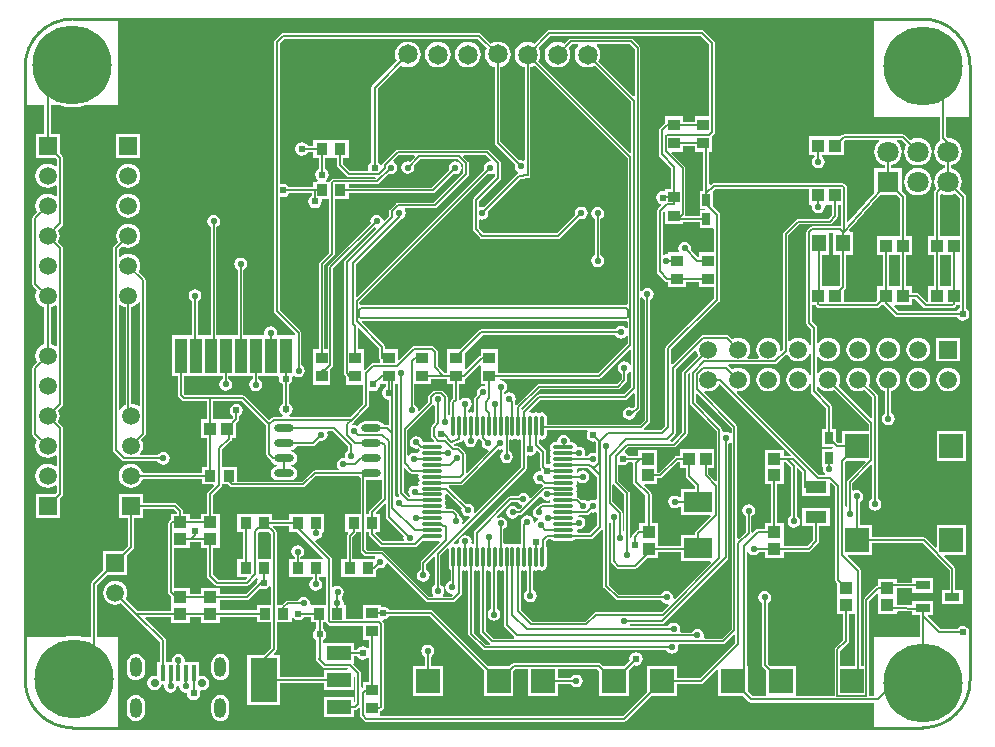
<source format=gtl>
G04*
G04 #@! TF.GenerationSoftware,Altium Limited,Altium Designer,18.1.9 (240)*
G04*
G04 Layer_Physical_Order=1*
G04 Layer_Color=255*
%FSLAX25Y25*%
%MOIN*%
G70*
G01*
G75*
%ADD10C,0.01000*%
%ADD18C,0.00600*%
%ADD19R,0.03661X0.03858*%
%ADD20O,0.06686X0.02559*%
%ADD21R,0.04921X0.02756*%
%ADD22R,0.04331X0.03937*%
%ADD23R,0.03937X0.04331*%
%ADD24O,0.01102X0.07070*%
%ADD25O,0.07070X0.01102*%
%ADD26O,0.07070X0.01102*%
%ADD27R,0.03937X0.11811*%
%ADD28R,0.03937X0.11811*%
%ADD29R,0.03858X0.03661*%
%ADD30R,0.03858X0.03661*%
%ADD31R,0.02500X0.04000*%
%ADD32R,0.07874X0.07874*%
%ADD33R,0.01575X0.05512*%
%ADD34R,0.01575X0.05512*%
%ADD35R,0.09448X0.06692*%
%ADD36R,0.07087X0.03937*%
%ADD37R,0.03661X0.03858*%
%ADD38R,0.09055X0.14961*%
%ADD39R,0.07874X0.04724*%
%ADD40R,0.07874X0.04724*%
%ADD41R,0.04567X0.05709*%
%ADD79C,0.00800*%
%ADD80C,0.06496*%
%ADD81C,0.26378*%
%ADD82C,0.04724*%
%ADD83O,0.03937X0.06688*%
%ADD84O,0.03937X0.06688*%
%ADD85C,0.02756*%
%ADD86C,0.05906*%
%ADD87R,0.05906X0.05906*%
%ADD88R,0.05984X0.05984*%
%ADD89C,0.05984*%
%ADD90C,0.07087*%
%ADD91R,0.07087X0.07087*%
%ADD92R,0.05906X0.05906*%
%ADD93C,0.05906*%
%ADD94C,0.02200*%
%ADD95C,0.02400*%
G36*
X154407Y227941D02*
X154289Y227788D01*
X153861Y226755D01*
X153715Y225646D01*
X153861Y224537D01*
X154289Y223503D01*
X154970Y222616D01*
X155858Y221935D01*
X156891Y221507D01*
X157082Y221482D01*
Y196123D01*
X157152Y195772D01*
X157351Y195475D01*
X163818Y189007D01*
X163679Y188304D01*
X163841Y187484D01*
X164306Y186790D01*
X164764Y186483D01*
X164772Y186456D01*
X164787Y186357D01*
X164733Y185908D01*
X164726Y185902D01*
X164602Y185819D01*
X153487Y174705D01*
X152784Y174845D01*
X152137Y174716D01*
X151637Y175019D01*
Y176824D01*
X158768Y183955D01*
X158967Y184253D01*
X159037Y184604D01*
Y189404D01*
X158967Y189755D01*
X158768Y190053D01*
X155168Y193653D01*
X154871Y193852D01*
X154520Y193921D01*
X124620D01*
X124268Y193852D01*
X123971Y193653D01*
X119771Y189453D01*
X119572Y189155D01*
X119502Y188804D01*
X119235Y188780D01*
X119002Y188803D01*
X118543Y189490D01*
X117977Y189868D01*
Y214170D01*
X125786Y221980D01*
X125858Y221925D01*
X126891Y221497D01*
X128000Y221351D01*
X129109Y221497D01*
X130142Y221925D01*
X131030Y222606D01*
X131711Y223493D01*
X132139Y224527D01*
X132285Y225636D01*
X132139Y226745D01*
X131711Y227778D01*
X131030Y228665D01*
X130142Y229346D01*
X129109Y229774D01*
X128000Y229920D01*
X126891Y229774D01*
X125858Y229346D01*
X124970Y228665D01*
X124289Y227778D01*
X123861Y226745D01*
X123715Y225636D01*
X123861Y224527D01*
X124289Y223493D01*
X124344Y223422D01*
X116236Y215314D01*
X116015Y214983D01*
X115937Y214593D01*
Y189868D01*
X115371Y189490D01*
X114885Y188762D01*
X114714Y187904D01*
X114850Y187222D01*
X114546Y186721D01*
X108900D01*
X106373Y189248D01*
Y191210D01*
X108286D01*
Y197068D01*
X102625D01*
Y197068D01*
X102217D01*
Y197068D01*
X96556D01*
Y195158D01*
X94684D01*
X94306Y195725D01*
X93578Y196211D01*
X92720Y196382D01*
X91861Y196211D01*
X91133Y195725D01*
X90647Y194997D01*
X90477Y194139D01*
X90647Y193280D01*
X91133Y192552D01*
X91861Y192066D01*
X92720Y191895D01*
X93578Y192066D01*
X94306Y192552D01*
X94684Y193119D01*
X96556D01*
Y191210D01*
X98367D01*
Y187469D01*
X97800Y187090D01*
X97314Y186362D01*
X97143Y185504D01*
X97314Y184645D01*
X97800Y183918D01*
X97977Y183800D01*
X97825Y183300D01*
X96556D01*
Y181390D01*
X88518D01*
X88139Y181956D01*
X87412Y182442D01*
X86553Y182613D01*
X85837Y182471D01*
X85337Y182759D01*
Y229324D01*
X86900Y230886D01*
X151462D01*
X154407Y227941D01*
D02*
G37*
G36*
X203702Y227524D02*
Y211855D01*
X203240Y211663D01*
X191583Y223320D01*
X191701Y223473D01*
X192129Y224507D01*
X192275Y225616D01*
X192129Y226725D01*
X191701Y227758D01*
X191065Y228586D01*
X191180Y229086D01*
X202139D01*
X203702Y227524D01*
D02*
G37*
G36*
X228602Y229149D02*
Y205006D01*
X223642D01*
Y203195D01*
X219711D01*
Y205006D01*
X213853D01*
Y202933D01*
X213799Y202897D01*
X211952Y201050D01*
X211731Y200719D01*
X211653Y200329D01*
Y192350D01*
X211731Y191960D01*
X211952Y191629D01*
X215762Y187819D01*
Y180823D01*
X213853D01*
Y180395D01*
X213467Y180078D01*
X213120Y180147D01*
X212261Y179976D01*
X211533Y179490D01*
X211047Y178762D01*
X210876Y177904D01*
X211047Y177045D01*
X211533Y176318D01*
X212261Y175831D01*
X212362Y175812D01*
X212507Y175333D01*
X211299Y174125D01*
X211078Y173794D01*
X211000Y173404D01*
Y153304D01*
X211078Y152914D01*
X211299Y152583D01*
X213760Y150122D01*
X214091Y149901D01*
X214481Y149823D01*
X214796D01*
Y148012D01*
X220654D01*
Y149823D01*
X225141D01*
Y148012D01*
X230000D01*
Y144314D01*
X214199Y128513D01*
X213978Y128182D01*
X213900Y127792D01*
Y101726D01*
X212497Y100323D01*
X206944D01*
X206737Y100823D01*
X208569Y102655D01*
X208767Y102953D01*
X208837Y103304D01*
Y143791D01*
X209434Y144190D01*
X209898Y144884D01*
X210061Y145704D01*
X209898Y146523D01*
X209434Y147218D01*
X208739Y147682D01*
X207920Y147845D01*
X207100Y147682D01*
X206406Y147218D01*
X206037Y146667D01*
X205537Y146818D01*
Y227904D01*
X205467Y228255D01*
X205269Y228553D01*
X203169Y230653D01*
X202871Y230852D01*
X202520Y230921D01*
X182368D01*
X182017Y230852D01*
X181719Y230653D01*
X180285Y229219D01*
X180132Y229336D01*
X179099Y229764D01*
X177990Y229910D01*
X176881Y229764D01*
X175848Y229336D01*
X174960Y228655D01*
X174279Y227768D01*
X173851Y226735D01*
X173705Y225626D01*
X173851Y224517D01*
X174279Y223483D01*
X174960Y222596D01*
X175848Y221915D01*
X176881Y221487D01*
X177990Y221341D01*
X179099Y221487D01*
X180132Y221915D01*
X181020Y222596D01*
X181701Y223483D01*
X182129Y224517D01*
X182275Y225626D01*
X182129Y226735D01*
X181701Y227768D01*
X181583Y227921D01*
X182748Y229086D01*
X184800D01*
X184915Y228586D01*
X184279Y227758D01*
X183851Y226725D01*
X183705Y225616D01*
X183851Y224507D01*
X184279Y223473D01*
X184960Y222586D01*
X185848Y221905D01*
X186881Y221477D01*
X187990Y221331D01*
X189099Y221477D01*
X190132Y221905D01*
X190285Y222023D01*
X202502Y209806D01*
Y193065D01*
X202040Y192873D01*
X171583Y223330D01*
X171701Y223483D01*
X172129Y224517D01*
X172275Y225626D01*
X172129Y226735D01*
X171701Y227768D01*
X171583Y227921D01*
X175548Y231886D01*
X225865D01*
X228602Y229149D01*
D02*
G37*
G36*
X104538Y188868D02*
X104608Y188517D01*
X104806Y188219D01*
X107871Y185155D01*
X108168Y184956D01*
X108520Y184886D01*
X117064D01*
X117315Y184386D01*
X117192Y184221D01*
X103220D01*
X102868Y184152D01*
X102571Y183953D01*
X102071Y183453D01*
X101968Y183300D01*
X100947D01*
X100796Y183800D01*
X100972Y183918D01*
X101459Y184645D01*
X101629Y185504D01*
X101459Y186362D01*
X100972Y187090D01*
X100406Y187469D01*
Y191210D01*
X102217D01*
Y191210D01*
X102625D01*
Y191210D01*
X104538D01*
Y188868D01*
D02*
G37*
G36*
X130342Y191624D02*
X128684Y189966D01*
X127981Y190106D01*
X127161Y189943D01*
X126467Y189479D01*
X126003Y188784D01*
X125840Y187965D01*
X126003Y187146D01*
X126467Y186451D01*
X127161Y185987D01*
X127981Y185824D01*
X128800Y185987D01*
X129495Y186451D01*
X129959Y187146D01*
X130122Y187965D01*
X129982Y188669D01*
X132200Y190886D01*
X144640D01*
X145653Y189872D01*
X145335Y189484D01*
X144739Y189882D01*
X143920Y190045D01*
X143100Y189882D01*
X142406Y189418D01*
X141941Y188723D01*
X141779Y187904D01*
X141918Y187200D01*
X136006Y181288D01*
X108286D01*
Y182386D01*
X117820D01*
X118171Y182456D01*
X118468Y182655D01*
X121716Y185903D01*
X122420Y185763D01*
X123239Y185926D01*
X123934Y186390D01*
X124398Y187084D01*
X124561Y187904D01*
X124398Y188723D01*
X123934Y189418D01*
X123397Y189776D01*
X123262Y190348D01*
X125000Y192086D01*
X130151D01*
X130342Y191624D01*
D02*
G37*
G36*
X283465Y204724D02*
X305446D01*
Y197858D01*
X305523Y197468D01*
X305728Y197162D01*
X304834Y196476D01*
X304106Y195528D01*
X303648Y194422D01*
X303492Y193236D01*
X303648Y192050D01*
X304106Y190945D01*
X304834Y189996D01*
X305783Y189268D01*
X306888Y188810D01*
X307055Y188788D01*
Y187685D01*
X306888Y187663D01*
X305783Y187205D01*
X304834Y186477D01*
X304106Y185528D01*
X303648Y184422D01*
X303492Y183236D01*
X303648Y182050D01*
X304106Y180945D01*
X304208Y180812D01*
X303799Y180403D01*
X303578Y180072D01*
X303500Y179682D01*
Y164971D01*
X301551D01*
Y158641D01*
X303500D01*
Y148401D01*
X301551D01*
Y143454D01*
X301051Y143247D01*
X298341Y145957D01*
X298010Y146178D01*
X297620Y146256D01*
X296014D01*
Y148401D01*
X294066D01*
Y158641D01*
X296014D01*
Y164971D01*
X294066D01*
Y178264D01*
X293988Y178655D01*
X293767Y178985D01*
X292618Y180135D01*
Y187779D01*
X289094D01*
Y188788D01*
X289260Y188810D01*
X290366Y189268D01*
X291315Y189996D01*
X292043Y190945D01*
X292501Y192050D01*
X292657Y193236D01*
X292501Y194422D01*
X292043Y195528D01*
X291315Y196476D01*
X291007Y196713D01*
X291167Y197186D01*
X292827D01*
X294270Y195742D01*
X294106Y195528D01*
X293648Y194422D01*
X293492Y193236D01*
X293648Y192050D01*
X294106Y190945D01*
X294834Y189996D01*
X295783Y189268D01*
X296888Y188810D01*
X298074Y188654D01*
X299260Y188810D01*
X300365Y189268D01*
X301314Y189996D01*
X302043Y190945D01*
X302501Y192050D01*
X302657Y193236D01*
X302501Y194422D01*
X302043Y195528D01*
X301314Y196476D01*
X300365Y197205D01*
X299260Y197663D01*
X298074Y197819D01*
X296888Y197663D01*
X295783Y197205D01*
X295568Y197040D01*
X293856Y198753D01*
X293558Y198952D01*
X293207Y199021D01*
X273326D01*
X272975Y198952D01*
X272677Y198753D01*
X272283Y198358D01*
X261934D01*
Y192027D01*
X263551D01*
X263702Y191527D01*
X263389Y191318D01*
X262925Y190623D01*
X262762Y189804D01*
X262925Y188984D01*
X263389Y188290D01*
X264084Y187826D01*
X264903Y187663D01*
X265722Y187826D01*
X266417Y188290D01*
X266881Y188984D01*
X267044Y189804D01*
X266881Y190623D01*
X266417Y191318D01*
X266104Y191527D01*
X266255Y192027D01*
X273383D01*
Y196863D01*
X273706Y197186D01*
X284981D01*
X285142Y196713D01*
X284834Y196476D01*
X284106Y195528D01*
X283648Y194422D01*
X283492Y193236D01*
X283648Y192050D01*
X284106Y190945D01*
X284834Y189996D01*
X285783Y189268D01*
X286888Y188810D01*
X287055Y188788D01*
Y187779D01*
X283531D01*
Y179603D01*
X274907Y169770D01*
X274439Y169947D01*
Y181304D01*
X274362Y181694D01*
X274141Y182025D01*
X273541Y182625D01*
X273210Y182846D01*
X272820Y182923D01*
X230170D01*
X229779Y182846D01*
X229449Y182625D01*
X229051Y182227D01*
X228589Y182419D01*
Y193276D01*
X229520D01*
Y198606D01*
X230169Y199255D01*
X230367Y199553D01*
X230437Y199904D01*
Y229529D01*
X230367Y229880D01*
X230169Y230178D01*
X226894Y233453D01*
X226596Y233652D01*
X226245Y233721D01*
X175168D01*
X174817Y233652D01*
X174519Y233453D01*
X170285Y229219D01*
X170132Y229336D01*
X169099Y229764D01*
X167990Y229910D01*
X166881Y229764D01*
X165848Y229336D01*
X164960Y228655D01*
X164279Y227768D01*
X163851Y226735D01*
X163705Y225626D01*
X163851Y224517D01*
X164279Y223483D01*
X164960Y222596D01*
X165848Y221915D01*
X166881Y221487D01*
X167072Y221462D01*
Y190514D01*
X166839Y190389D01*
X166572Y190295D01*
X165820Y190445D01*
X165116Y190305D01*
X158918Y196503D01*
Y221482D01*
X159109Y221507D01*
X160142Y221935D01*
X161030Y222616D01*
X161711Y223503D01*
X162139Y224537D01*
X162285Y225646D01*
X162139Y226755D01*
X161711Y227788D01*
X161030Y228675D01*
X160142Y229356D01*
X159109Y229784D01*
X158000Y229930D01*
X156891Y229784D01*
X155858Y229356D01*
X155705Y229239D01*
X152491Y232453D01*
X152193Y232652D01*
X151842Y232721D01*
X86520D01*
X86168Y232652D01*
X85871Y232453D01*
X83771Y230353D01*
X83572Y230055D01*
X83502Y229704D01*
Y140004D01*
X83572Y139653D01*
X83771Y139355D01*
X90609Y132517D01*
X90277Y132142D01*
X84722D01*
X84405Y132528D01*
X84480Y132904D01*
X84317Y133723D01*
X83853Y134418D01*
X83158Y134882D01*
X82339Y135045D01*
X81519Y134882D01*
X80825Y134418D01*
X80360Y133723D01*
X80198Y132904D01*
X80272Y132528D01*
X79955Y132142D01*
X73256D01*
Y153890D01*
X73853Y154289D01*
X74317Y154983D01*
X74480Y155803D01*
X74317Y156622D01*
X73853Y157317D01*
X73158Y157781D01*
X72339Y157944D01*
X71519Y157781D01*
X70825Y157317D01*
X70360Y156622D01*
X70197Y155803D01*
X70360Y154983D01*
X70825Y154289D01*
X71421Y153890D01*
Y132142D01*
X64233D01*
Y168191D01*
X64830Y168590D01*
X65294Y169284D01*
X65457Y170104D01*
X65294Y170923D01*
X64830Y171618D01*
X64135Y172082D01*
X63316Y172245D01*
X62496Y172082D01*
X61802Y171618D01*
X61338Y170923D01*
X61174Y170104D01*
X61338Y169284D01*
X61802Y168590D01*
X62398Y168191D01*
Y132142D01*
X60307D01*
Y132142D01*
X58037D01*
Y143324D01*
X58634Y143722D01*
X59098Y144417D01*
X59261Y145236D01*
X59098Y146056D01*
X58634Y146750D01*
X57939Y147214D01*
X57120Y147377D01*
X56300Y147214D01*
X55606Y146750D01*
X55141Y146056D01*
X54979Y145236D01*
X55141Y144417D01*
X55606Y143722D01*
X56202Y143324D01*
Y132142D01*
X54370D01*
Y132142D01*
X49370D01*
Y118331D01*
X51319D01*
Y112146D01*
X51397Y111756D01*
X51618Y111425D01*
X52760Y110283D01*
X53091Y110062D01*
X53481Y109984D01*
X61189D01*
Y104068D01*
X59241D01*
Y97737D01*
X61189D01*
Y93073D01*
X61259Y92724D01*
Y88166D01*
X59448D01*
Y86256D01*
X48920D01*
X48919Y86256D01*
X39653D01*
X39650Y86278D01*
X39248Y87249D01*
X38608Y88083D01*
X37774Y88723D01*
X36803Y89126D01*
X35760Y89263D01*
X34718Y89126D01*
X33747Y88723D01*
X32913Y88083D01*
X32273Y87249D01*
X31871Y86278D01*
X31734Y85236D01*
X31871Y84194D01*
X32273Y83223D01*
X32913Y82389D01*
X33747Y81749D01*
X34718Y81347D01*
X35760Y81210D01*
X36803Y81347D01*
X37774Y81749D01*
X38608Y82389D01*
X39248Y83223D01*
X39650Y84194D01*
X39653Y84217D01*
X48920D01*
X48921Y84217D01*
X59448D01*
Y82308D01*
X63219D01*
X63410Y81846D01*
X61489Y79925D01*
X61268Y79594D01*
X61190Y79204D01*
Y72606D01*
X59045D01*
Y70656D01*
X55375D01*
Y72606D01*
X53230D01*
Y73546D01*
X53152Y73936D01*
X52931Y74267D01*
X51241Y75957D01*
X50910Y76178D01*
X50520Y76256D01*
X39752D01*
Y79228D01*
X31768D01*
Y71244D01*
X34741D01*
Y61899D01*
X33031Y60189D01*
X26567D01*
Y53725D01*
X22697Y49856D01*
X22476Y49525D01*
X22399Y49135D01*
Y31496D01*
X19499D01*
X18912Y31637D01*
X16686Y31812D01*
X14459Y31637D01*
X13872Y31496D01*
X520D01*
Y208661D01*
X6941D01*
Y199244D01*
X3969D01*
Y191260D01*
X10511D01*
X11000Y190770D01*
Y188582D01*
X10500Y188335D01*
X9974Y188739D01*
X9003Y189141D01*
X7961Y189278D01*
X6918Y189141D01*
X5947Y188739D01*
X5113Y188099D01*
X4473Y187265D01*
X4071Y186294D01*
X3934Y185252D01*
X4071Y184210D01*
X4473Y183238D01*
X5113Y182405D01*
X5947Y181765D01*
X6918Y181362D01*
X7961Y181225D01*
X9003Y181362D01*
X9974Y181765D01*
X10500Y182168D01*
X11000Y181922D01*
Y178582D01*
X10500Y178335D01*
X9974Y178739D01*
X9003Y179141D01*
X7961Y179278D01*
X6918Y179141D01*
X5947Y178739D01*
X5113Y178099D01*
X4473Y177265D01*
X4071Y176294D01*
X3934Y175252D01*
X4071Y174210D01*
X4473Y173239D01*
X4487Y173221D01*
X3199Y171932D01*
X2978Y171601D01*
X2900Y171211D01*
Y149293D01*
X2978Y148903D01*
X3199Y148572D01*
X4487Y147283D01*
X4473Y147265D01*
X4071Y146294D01*
X3934Y145252D01*
X4071Y144210D01*
X4473Y143238D01*
X5113Y142405D01*
X5947Y141765D01*
X6918Y141363D01*
X6941Y141359D01*
Y129129D01*
X6918Y129126D01*
X5947Y128724D01*
X5113Y128084D01*
X4473Y127250D01*
X4071Y126279D01*
X3934Y125236D01*
X4071Y124194D01*
X4473Y123223D01*
X4487Y123205D01*
X3199Y121916D01*
X2978Y121586D01*
X2900Y121195D01*
Y99277D01*
X2978Y98887D01*
X3199Y98556D01*
X4487Y97268D01*
X4473Y97250D01*
X4071Y96279D01*
X3934Y95236D01*
X4071Y94194D01*
X4473Y93223D01*
X5113Y92389D01*
X5947Y91749D01*
X6918Y91347D01*
X7961Y91210D01*
X9003Y91347D01*
X9974Y91749D01*
X10500Y92153D01*
X11000Y91906D01*
Y88566D01*
X10500Y88320D01*
X9974Y88723D01*
X9003Y89126D01*
X7961Y89263D01*
X6918Y89126D01*
X5947Y88723D01*
X5113Y88084D01*
X4473Y87250D01*
X4071Y86279D01*
X3934Y85236D01*
X4071Y84194D01*
X4473Y83223D01*
X5113Y82389D01*
X5947Y81749D01*
X6918Y81347D01*
X7961Y81210D01*
X9003Y81347D01*
X9974Y81749D01*
X10500Y82153D01*
X11000Y81906D01*
Y79718D01*
X10511Y79228D01*
X3969D01*
Y71244D01*
X11953D01*
Y77786D01*
X12741Y78575D01*
X12962Y78905D01*
X13039Y79295D01*
Y101177D01*
X12962Y101568D01*
X12741Y101898D01*
X11434Y103205D01*
X11448Y103223D01*
X11850Y104194D01*
X11987Y105236D01*
X11850Y106279D01*
X11448Y107250D01*
X11434Y107268D01*
X12741Y108574D01*
X12962Y108905D01*
X13039Y109295D01*
Y161193D01*
X12962Y161583D01*
X12741Y161914D01*
X11434Y163221D01*
X11448Y163239D01*
X11850Y164210D01*
X11987Y165252D01*
X11850Y166294D01*
X11448Y167265D01*
X11434Y167283D01*
X12741Y168590D01*
X12962Y168921D01*
X13039Y169311D01*
Y191193D01*
X12962Y191583D01*
X12741Y191914D01*
X11953Y192702D01*
Y199244D01*
X8980D01*
Y208661D01*
X12030D01*
X14041Y208179D01*
X16268Y208003D01*
X18494Y208179D01*
X20505Y208661D01*
X31496D01*
Y237457D01*
X283465D01*
Y204724D01*
D02*
G37*
G36*
X146602Y188924D02*
Y186084D01*
X136740Y176221D01*
X124620D01*
X124268Y176152D01*
X123971Y175953D01*
X121971Y173953D01*
X121772Y173655D01*
X121702Y173304D01*
Y171684D01*
X120291Y170273D01*
X119748Y170437D01*
X119651Y170923D01*
X119187Y171618D01*
X118493Y172082D01*
X117673Y172245D01*
X116854Y172082D01*
X116159Y171618D01*
X115695Y170923D01*
X115532Y170104D01*
X115672Y169400D01*
X101571Y155299D01*
X101372Y155001D01*
X101302Y154650D01*
Y127344D01*
X100236D01*
Y155422D01*
X103368Y158555D01*
X103567Y158853D01*
X103637Y159204D01*
Y177442D01*
X108286D01*
Y179452D01*
X136386D01*
X136737Y179522D01*
X137035Y179721D01*
X143216Y185903D01*
X143920Y185763D01*
X144739Y185926D01*
X145434Y186390D01*
X145898Y187084D01*
X146061Y187904D01*
X145898Y188723D01*
X145500Y189319D01*
X145888Y189637D01*
X146602Y188924D01*
D02*
G37*
G36*
X312000Y177868D02*
Y164971D01*
X305539D01*
Y178855D01*
X305542Y178860D01*
X306039Y179162D01*
X306888Y178810D01*
X308074Y178654D01*
X309260Y178810D01*
X310366Y179268D01*
X310499Y179370D01*
X312000Y177868D01*
D02*
G37*
G36*
X96100Y178668D02*
X95534Y178290D01*
X95047Y177562D01*
X94876Y176704D01*
X95047Y175845D01*
X95534Y175118D01*
X96261Y174632D01*
X97120Y174461D01*
X97978Y174632D01*
X98706Y175118D01*
X99192Y175845D01*
X99363Y176704D01*
X99293Y177055D01*
X99610Y177442D01*
X101802D01*
Y159584D01*
X98669Y156451D01*
X98471Y156154D01*
X98401Y155803D01*
Y127344D01*
X96389D01*
Y121683D01*
X96389D01*
X96389Y121682D01*
X96409Y121192D01*
Y115614D01*
X102267D01*
Y120854D01*
X102868Y121455D01*
X103067Y121753D01*
X103137Y122104D01*
Y154270D01*
X116874Y168006D01*
X117312Y167907D01*
X117452Y167434D01*
X106971Y156953D01*
X106772Y156655D01*
X106702Y156304D01*
Y119304D01*
X106772Y118953D01*
X106971Y118655D01*
X107563Y118063D01*
Y115608D01*
X113200D01*
Y109226D01*
X108897Y104923D01*
X88702D01*
X88550Y105423D01*
X89006Y105728D01*
X89492Y106456D01*
X89663Y107314D01*
X89492Y108172D01*
X89006Y108900D01*
X88358Y109333D01*
Y115666D01*
X88925Y116045D01*
X89411Y116772D01*
X89582Y117631D01*
X89524Y117921D01*
X89832Y118308D01*
X90307Y118331D01*
D01*
X90766Y118248D01*
X90800Y118226D01*
X91620Y118063D01*
X92439Y118226D01*
X93134Y118690D01*
X93598Y119384D01*
X93761Y120204D01*
X93598Y121023D01*
X93134Y121718D01*
X92537Y122116D01*
Y132804D01*
X92467Y133155D01*
X92269Y133453D01*
X85337Y140384D01*
Y177981D01*
X85837Y178269D01*
X86553Y178127D01*
X87412Y178298D01*
X88139Y178784D01*
X88518Y179350D01*
X96100D01*
Y178668D01*
D02*
G37*
G36*
X223662Y193276D02*
X226550D01*
Y180263D01*
X225320D01*
Y174263D01*
X227081D01*
X227121Y174204D01*
X226885Y173763D01*
X225320D01*
Y171680D01*
X220740D01*
X220467Y172173D01*
X220537Y172524D01*
Y187657D01*
X220467Y188008D01*
X220269Y188306D01*
X215761Y192814D01*
X215952Y193276D01*
X219731D01*
Y195087D01*
X223662D01*
Y193276D01*
D02*
G37*
G36*
X201302Y191016D02*
Y142329D01*
X200925Y142020D01*
X112331D01*
X111937Y142451D01*
Y143024D01*
X154816Y185903D01*
X155520Y185763D01*
X156339Y185926D01*
X156702Y186168D01*
X157202Y185901D01*
Y184984D01*
X150071Y177853D01*
X149872Y177555D01*
X149802Y177204D01*
Y167304D01*
X149872Y166953D01*
X150071Y166655D01*
X152271Y164455D01*
X152568Y164256D01*
X152920Y164186D01*
X178155D01*
X178506Y164256D01*
X178804Y164455D01*
X185151Y170803D01*
X185855Y170663D01*
X186674Y170826D01*
X187369Y171290D01*
X187833Y171984D01*
X187996Y172804D01*
X187833Y173623D01*
X187369Y174318D01*
X186674Y174782D01*
X185855Y174945D01*
X185035Y174782D01*
X184341Y174318D01*
X183877Y173623D01*
X183714Y172804D01*
X183854Y172100D01*
X177775Y166021D01*
X153300D01*
X151637Y167684D01*
Y170389D01*
X152137Y170691D01*
X152784Y170563D01*
X153603Y170726D01*
X154298Y171190D01*
X154762Y171884D01*
X154925Y172704D01*
X154785Y173407D01*
X165655Y184278D01*
X168051Y184437D01*
X168195Y184476D01*
X168341Y184505D01*
X168367Y184522D01*
X168397Y184530D01*
X168515Y184621D01*
X168639Y184704D01*
X168656Y184730D01*
X168681Y184748D01*
X168755Y184878D01*
X168838Y185002D01*
X168844Y185032D01*
X168859Y185059D01*
X168879Y185207D01*
X168908Y185353D01*
Y221462D01*
X169099Y221487D01*
X170132Y221915D01*
X170285Y222032D01*
X201302Y191016D01*
D02*
G37*
G36*
X213873Y173162D02*
Y169093D01*
X219731D01*
Y169845D01*
X225320D01*
Y167763D01*
X229820D01*
X230000Y167337D01*
Y159742D01*
X225121D01*
Y158323D01*
X224621Y158116D01*
X222321Y160416D01*
X222461Y161119D01*
X222298Y161939D01*
X221834Y162633D01*
X221139Y163098D01*
X220320Y163260D01*
X219500Y163098D01*
X218806Y162633D01*
X218341Y161939D01*
X218179Y161119D01*
X218341Y160300D01*
X218420Y160183D01*
X218184Y159742D01*
X214776D01*
Y159328D01*
X214389Y159011D01*
X214220Y159045D01*
X213539Y158910D01*
X213039Y159196D01*
Y172982D01*
X213411Y173353D01*
X213873Y173162D01*
D02*
G37*
G36*
X309012Y148401D02*
X305539D01*
Y158641D01*
X309012D01*
Y148401D01*
D02*
G37*
G36*
X292026D02*
X288554D01*
Y158641D01*
X292026D01*
Y148401D01*
D02*
G37*
G36*
X269939Y158876D02*
X272203D01*
Y148466D01*
X272138Y148401D01*
X266242D01*
Y158876D01*
X268506D01*
Y166284D01*
X269939D01*
Y158876D01*
D02*
G37*
G36*
X155709Y190517D02*
X155576Y190185D01*
X155481Y190037D01*
X154700Y189882D01*
X154006Y189418D01*
X153541Y188723D01*
X153378Y187904D01*
X153518Y187200D01*
X111199Y144881D01*
X110737Y145072D01*
Y155724D01*
X125665Y170651D01*
X126039Y170726D01*
X126734Y171190D01*
X127198Y171884D01*
X127361Y172704D01*
X127198Y173523D01*
X126955Y173886D01*
X127223Y174386D01*
X137120D01*
X137471Y174456D01*
X137768Y174655D01*
X148169Y185055D01*
X148367Y185353D01*
X148437Y185704D01*
Y189304D01*
X148367Y189655D01*
X148169Y189953D01*
X146497Y191624D01*
X146688Y192086D01*
X154139D01*
X155709Y190517D01*
D02*
G37*
G36*
X292026Y177842D02*
Y164971D01*
X284565D01*
Y158641D01*
X286514D01*
Y148401D01*
X284565D01*
Y143709D01*
X283879Y143023D01*
X273383D01*
Y146762D01*
X273944Y147323D01*
X274165Y147654D01*
X274242Y148044D01*
Y158876D01*
X276506D01*
Y166584D01*
X275431D01*
X275224Y167040D01*
X285445Y178693D01*
X291176D01*
X292026Y177842D01*
D02*
G37*
G36*
X286813Y142069D02*
X290526Y138355D01*
X290857Y138134D01*
X291247Y138057D01*
X311055D01*
X311434Y137490D01*
X312161Y137004D01*
X313020Y136833D01*
X313878Y137004D01*
X314606Y137490D01*
X314980Y138051D01*
X315480Y137899D01*
Y34197D01*
X314980Y34045D01*
X314606Y34606D01*
X313878Y35092D01*
X313020Y35263D01*
X312161Y35092D01*
X311434Y34606D01*
X311055Y34039D01*
X305635D01*
X301340Y38334D01*
X301532Y38796D01*
X303195D01*
Y43552D01*
X296274D01*
Y42390D01*
X295917Y42041D01*
X291087Y42147D01*
Y44752D01*
Y47736D01*
X296274D01*
Y46276D01*
X303195D01*
Y51032D01*
X296274D01*
Y49571D01*
X291087D01*
Y50689D01*
X284756D01*
Y48626D01*
X284468Y48569D01*
X284171Y48370D01*
X280298Y44498D01*
X280099Y44200D01*
X280030Y43849D01*
Y21729D01*
X279139D01*
Y53482D01*
X279062Y53872D01*
X278841Y54203D01*
X274708Y58336D01*
X274899Y58797D01*
X282678D01*
Y62817D01*
X299712D01*
X303747Y58782D01*
X303751Y58776D01*
X304278Y58249D01*
X304285Y58244D01*
X308657Y53872D01*
Y47292D01*
X306114D01*
Y42536D01*
X313035D01*
Y47292D01*
X310492D01*
Y54252D01*
X310423Y54603D01*
X310224Y54901D01*
X306789Y58336D01*
X306981Y58797D01*
X314174D01*
Y68671D01*
X304300D01*
Y61478D01*
X303838Y61286D01*
X300742Y64383D01*
X300444Y64582D01*
X300093Y64652D01*
X282678D01*
Y68671D01*
X278659D01*
Y76470D01*
X279255Y76868D01*
X279719Y77563D01*
X279882Y78382D01*
X279719Y79202D01*
X279255Y79896D01*
X278561Y80360D01*
X277741Y80523D01*
X276922Y80360D01*
X276678Y80198D01*
X276237Y80433D01*
Y82755D01*
X282399Y88916D01*
X282861Y88725D01*
Y77573D01*
X282264Y77174D01*
X281800Y76480D01*
X281637Y75660D01*
X281800Y74841D01*
X282264Y74146D01*
X282959Y73682D01*
X283778Y73519D01*
X284598Y73682D01*
X285292Y74146D01*
X285756Y74841D01*
X285919Y75660D01*
X285756Y76480D01*
X285292Y77174D01*
X284696Y77573D01*
Y111702D01*
X284626Y112054D01*
X284427Y112351D01*
X281563Y115215D01*
X281633Y115307D01*
X282032Y116268D01*
X282168Y117300D01*
X282032Y118332D01*
X281633Y119293D01*
X281000Y120119D01*
X280174Y120753D01*
X279212Y121151D01*
X278181Y121287D01*
X277149Y121151D01*
X276187Y120753D01*
X275361Y120119D01*
X274728Y119293D01*
X274330Y118332D01*
X274194Y117300D01*
X274330Y116268D01*
X274728Y115307D01*
X275361Y114481D01*
X276187Y113847D01*
X277149Y113449D01*
X278181Y113313D01*
X279212Y113449D01*
X280174Y113847D01*
X280265Y113917D01*
X282861Y111322D01*
Y104571D01*
X282399Y104380D01*
X271563Y115215D01*
X271633Y115307D01*
X272032Y116268D01*
X272167Y117300D01*
X272032Y118332D01*
X271633Y119293D01*
X271000Y120119D01*
X270174Y120753D01*
X269213Y121151D01*
X268181Y121287D01*
X267149Y121151D01*
X266187Y120753D01*
X265361Y120119D01*
X264939Y119569D01*
X264439Y119739D01*
Y124862D01*
X264939Y125031D01*
X265361Y124481D01*
X266187Y123847D01*
X267149Y123449D01*
X268181Y123313D01*
X269213Y123449D01*
X270174Y123847D01*
X271000Y124481D01*
X271633Y125307D01*
X272032Y126268D01*
X272167Y127300D01*
X272032Y128332D01*
X271633Y129293D01*
X271000Y130119D01*
X270174Y130753D01*
X269213Y131151D01*
X268181Y131287D01*
X267149Y131151D01*
X266187Y130753D01*
X265361Y130119D01*
X264939Y129569D01*
X264439Y129739D01*
Y134604D01*
X264362Y134994D01*
X264141Y135325D01*
X262939Y136526D01*
Y142071D01*
X264068D01*
X264182Y141900D01*
X264799Y141283D01*
X265129Y141062D01*
X265520Y140984D01*
X284302D01*
X284692Y141062D01*
X285023Y141283D01*
X285810Y142071D01*
X286811D01*
X286813Y142069D01*
D02*
G37*
G36*
X315480Y140254D02*
X314980Y140102D01*
X314606Y140662D01*
X314039Y141041D01*
Y178291D01*
X313962Y178681D01*
X313741Y179012D01*
X311941Y180812D01*
X312043Y180945D01*
X312501Y182050D01*
X312657Y183236D01*
X312501Y184422D01*
X312043Y185528D01*
X311315Y186477D01*
X310366Y187205D01*
X309260Y187663D01*
X309094Y187685D01*
Y188788D01*
X309260Y188810D01*
X310366Y189268D01*
X311315Y189996D01*
X312043Y190945D01*
X312501Y192050D01*
X312657Y193236D01*
X312501Y194422D01*
X312043Y195528D01*
X311315Y196476D01*
X310366Y197205D01*
X309260Y197663D01*
X308074Y197819D01*
X307962Y197804D01*
X307485Y198281D01*
Y204724D01*
X315480D01*
Y140254D01*
D02*
G37*
G36*
X300131Y141283D02*
X300462Y141062D01*
X300852Y140984D01*
X309520D01*
X309910Y141062D01*
X310241Y141283D01*
X310753Y141795D01*
X310937Y142071D01*
X312000D01*
Y141041D01*
X311434Y140662D01*
X311055Y140096D01*
X291670D01*
X290157Y141609D01*
X290348Y142071D01*
X296014D01*
Y144217D01*
X297197D01*
X300131Y141283D01*
D02*
G37*
G36*
X201302Y136514D02*
Y134518D01*
X200802Y134366D01*
X200634Y134618D01*
X199939Y135082D01*
X199120Y135245D01*
X198300Y135082D01*
X197606Y134618D01*
X197207Y134021D01*
X152607D01*
X152256Y133952D01*
X151958Y133753D01*
X145601Y127396D01*
X141139D01*
Y121827D01*
X141139Y121735D01*
Y121327D01*
X141139Y121235D01*
Y119516D01*
X140349D01*
X138139Y121726D01*
Y126304D01*
X138062Y126694D01*
X137841Y127025D01*
X136741Y128125D01*
X136410Y128346D01*
X136020Y128423D01*
X130220D01*
X129829Y128346D01*
X129499Y128125D01*
X125108Y123735D01*
X124646Y123926D01*
Y127396D01*
X120437D01*
Y128204D01*
X120367Y128555D01*
X120168Y128853D01*
X112690Y136331D01*
X112897Y136831D01*
X200913D01*
X200916Y136831D01*
X201302Y136514D01*
D02*
G37*
G36*
X272400Y168469D02*
X272223Y168323D01*
X262920D01*
X262529Y168246D01*
X262199Y168025D01*
X261199Y167025D01*
X260978Y166694D01*
X260900Y166304D01*
Y136104D01*
X260978Y135714D01*
X261199Y135383D01*
X262400Y134181D01*
Y128749D01*
X261900Y128650D01*
X261633Y129293D01*
X261000Y130119D01*
X260174Y130753D01*
X259212Y131151D01*
X258181Y131287D01*
X257149Y131151D01*
X256187Y130753D01*
X255418Y130162D01*
X254918Y130274D01*
Y165424D01*
X258480Y168986D01*
X268682D01*
X269033Y169056D01*
X269331Y169255D01*
X271064Y170988D01*
X271263Y171286D01*
X271333Y171637D01*
Y175489D01*
X272400D01*
Y168469D01*
D02*
G37*
G36*
X11000Y141922D02*
Y128566D01*
X10500Y128320D01*
X9974Y128724D01*
X9003Y129126D01*
X8980Y129129D01*
Y141359D01*
X9003Y141363D01*
X9974Y141765D01*
X10500Y142168D01*
X11000Y141922D01*
D02*
G37*
G36*
X261934Y175489D02*
X262501D01*
X262818Y175103D01*
X262778Y174904D01*
X262941Y174084D01*
X263406Y173390D01*
X264100Y172926D01*
X264920Y172763D01*
X265739Y172926D01*
X266434Y173390D01*
X266898Y174084D01*
X267061Y174904D01*
X267021Y175103D01*
X267338Y175489D01*
X269497D01*
Y172017D01*
X268302Y170821D01*
X258100D01*
X257749Y170752D01*
X257451Y170553D01*
X253351Y166453D01*
X253152Y166155D01*
X253082Y165804D01*
Y127264D01*
X252604Y126786D01*
X252131Y127020D01*
X252168Y127300D01*
X252032Y128332D01*
X251633Y129293D01*
X251000Y130119D01*
X250174Y130753D01*
X249213Y131151D01*
X248181Y131287D01*
X247149Y131151D01*
X246187Y130753D01*
X245361Y130119D01*
X244728Y129293D01*
X244330Y128332D01*
X244194Y127300D01*
X244330Y126268D01*
X244728Y125307D01*
X245177Y124721D01*
X244930Y124221D01*
X241431D01*
X241184Y124721D01*
X241633Y125307D01*
X242032Y126268D01*
X242167Y127300D01*
X242032Y128332D01*
X241633Y129293D01*
X241000Y130119D01*
X240174Y130753D01*
X239212Y131151D01*
X238181Y131287D01*
X237149Y131151D01*
X236187Y130753D01*
X236096Y130683D01*
X234977Y131802D01*
X234679Y132001D01*
X234328Y132070D01*
X226520D01*
X226168Y132001D01*
X225871Y131802D01*
X216401Y122332D01*
X215939Y122523D01*
Y127369D01*
X231741Y143171D01*
X231962Y143502D01*
X232039Y143892D01*
Y172254D01*
X231962Y172644D01*
X231741Y172975D01*
X229820Y174896D01*
Y180112D01*
X230592Y180884D01*
X261934D01*
Y175489D01*
D02*
G37*
G36*
X262400Y125851D02*
Y118749D01*
X261900Y118650D01*
X261633Y119293D01*
X261000Y120119D01*
X260174Y120753D01*
X259212Y121151D01*
X258181Y121287D01*
X257149Y121151D01*
X256187Y120753D01*
X255362Y120119D01*
X254728Y119293D01*
X254330Y118332D01*
X254194Y117300D01*
X254330Y116268D01*
X254728Y115307D01*
X255362Y114481D01*
X256187Y113847D01*
X257149Y113449D01*
X258181Y113313D01*
X259212Y113449D01*
X260174Y113847D01*
X261000Y114481D01*
X261633Y115307D01*
X261900Y115950D01*
X262400Y115851D01*
Y113304D01*
X262478Y112914D01*
X262699Y112583D01*
X267500Y107782D01*
Y100730D01*
X266270D01*
Y94730D01*
X269628D01*
X269360Y94230D01*
X266270D01*
Y88230D01*
X266270D01*
X266458Y88001D01*
X266378Y87604D01*
X266541Y86784D01*
X267006Y86090D01*
X267108Y86021D01*
X266956Y85521D01*
X265100D01*
X237726Y112896D01*
X237947Y113344D01*
X238181Y113313D01*
X239212Y113449D01*
X240174Y113847D01*
X241000Y114481D01*
X241633Y115307D01*
X242032Y116268D01*
X242167Y117300D01*
X242032Y118332D01*
X241633Y119293D01*
X241000Y120119D01*
X240174Y120753D01*
X239212Y121151D01*
X238181Y121287D01*
X237149Y121151D01*
X236187Y120753D01*
X236096Y120683D01*
X234926Y121853D01*
X234875Y121886D01*
X235027Y122386D01*
X250420D01*
X250771Y122456D01*
X251068Y122655D01*
X254115Y125701D01*
X254605Y125603D01*
X254728Y125307D01*
X255362Y124481D01*
X256187Y123847D01*
X257149Y123449D01*
X258181Y123313D01*
X259212Y123449D01*
X260174Y123847D01*
X261000Y124481D01*
X261633Y125307D01*
X261900Y125950D01*
X262400Y125851D01*
D02*
G37*
G36*
X202502Y127127D02*
Y122442D01*
X202002Y122290D01*
X201716Y122718D01*
X201022Y123182D01*
X200202Y123345D01*
X199383Y123182D01*
X198688Y122718D01*
X198224Y122023D01*
X198061Y121204D01*
X198224Y120384D01*
X198688Y119690D01*
X199285Y119291D01*
Y117453D01*
X197653Y115821D01*
X171690D01*
X171339Y115752D01*
X171041Y115553D01*
X164339Y108850D01*
X163956Y108956D01*
X163839Y109039D01*
Y109904D01*
X163825Y109973D01*
X163899Y110084D01*
X164062Y110904D01*
X163899Y111723D01*
X163435Y112418D01*
X162740Y112882D01*
X161921Y113045D01*
X161102Y112882D01*
X160573Y112529D01*
X160081Y112736D01*
X160064Y113076D01*
X160534Y113390D01*
X160998Y114084D01*
X161161Y114904D01*
X160998Y115723D01*
X160534Y116418D01*
X159839Y116882D01*
X159063Y117036D01*
X159002Y117069D01*
X158694Y117490D01*
X158726Y117579D01*
X191920D01*
X192271Y117649D01*
X192569Y117848D01*
X202040Y127319D01*
X202502Y127127D01*
D02*
G37*
G36*
X118602Y127824D02*
Y124565D01*
X118672Y124214D01*
X118789Y124040D01*
Y122723D01*
X116520D01*
X116129Y122646D01*
X115799Y122425D01*
X113921Y120547D01*
X113421Y120754D01*
Y121186D01*
X113421Y121269D01*
X113421D01*
X113401Y121677D01*
X113401D01*
Y127338D01*
X111389D01*
Y134329D01*
X111889Y134536D01*
X118602Y127824D01*
D02*
G37*
G36*
X197606Y131590D02*
X198300Y131126D01*
X199120Y130963D01*
X199939Y131126D01*
X200634Y131590D01*
X200802Y131842D01*
X201302Y131690D01*
Y129176D01*
X191540Y119414D01*
X158173D01*
Y121327D01*
X158173D01*
Y121735D01*
X158173D01*
Y127396D01*
X152314D01*
Y125511D01*
X152298Y125507D01*
X151968Y125286D01*
X147459Y120778D01*
X146997Y120969D01*
Y121235D01*
X146997Y121327D01*
Y121735D01*
X146997Y121827D01*
Y126196D01*
X152987Y132186D01*
X197207D01*
X197606Y131590D01*
D02*
G37*
G36*
X152222Y121972D02*
X152314Y121735D01*
Y121327D01*
X152314D01*
Y115666D01*
X153900D01*
X153949Y115498D01*
X153551Y115079D01*
X153220Y115145D01*
X152400Y114982D01*
X151706Y114518D01*
X151241Y113823D01*
X151078Y113004D01*
X151218Y112300D01*
X150461Y111543D01*
X150262Y111245D01*
X150192Y110894D01*
Y106575D01*
X149801Y106308D01*
X149692Y106282D01*
X149142Y106392D01*
X148591Y106282D01*
X148486Y106306D01*
X148091Y106575D01*
Y107238D01*
X148687Y107636D01*
X149151Y108331D01*
X149314Y109150D01*
X149151Y109970D01*
X148687Y110664D01*
X147992Y111129D01*
X147173Y111292D01*
X146354Y111129D01*
X145659Y110664D01*
X145588Y110558D01*
X145088Y110710D01*
Y115666D01*
X146997D01*
Y117552D01*
X147010Y117554D01*
X147341Y117775D01*
X151684Y122119D01*
X152222Y121972D01*
D02*
G37*
G36*
X120698Y114769D02*
X120132Y114390D01*
X119646Y113662D01*
X119475Y112804D01*
X119646Y111945D01*
X120132Y111218D01*
X120860Y110731D01*
X121718Y110561D01*
X121900Y110411D01*
Y102388D01*
X121400Y102074D01*
X121208Y102112D01*
X120045D01*
X119628Y102736D01*
X118874Y103240D01*
X117984Y103416D01*
X113858D01*
X112968Y103240D01*
X112214Y102736D01*
X111712Y101983D01*
X111711Y101982D01*
X111155Y101754D01*
X110819Y101978D01*
X110000Y102141D01*
X109633Y102068D01*
X109387Y102529D01*
X110041Y103183D01*
X114941Y108083D01*
X115162Y108414D01*
X115239Y108804D01*
Y113385D01*
X115739Y113616D01*
X116520Y113461D01*
X117378Y113631D01*
X118106Y114118D01*
X118592Y114845D01*
X118666Y115217D01*
X118789Y115666D01*
X119226Y115666D01*
X120698D01*
Y114769D01*
D02*
G37*
G36*
X85158Y117944D02*
X85096Y117631D01*
X85266Y116772D01*
X85752Y116045D01*
X86319Y115666D01*
Y109224D01*
X85834Y108900D01*
X85347Y108172D01*
X85176Y107314D01*
X85347Y106456D01*
X85834Y105728D01*
X86289Y105423D01*
X86137Y104923D01*
X83520D01*
X83129Y104846D01*
X82799Y104625D01*
X81920Y103746D01*
X73941Y111725D01*
X73610Y111946D01*
X73220Y112023D01*
X53904D01*
X53358Y112569D01*
Y118331D01*
X54370D01*
Y118331D01*
X60307D01*
Y118331D01*
X66421D01*
Y117616D01*
X65825Y117218D01*
X65360Y116523D01*
X65197Y115704D01*
X65360Y114884D01*
X65825Y114190D01*
X66519Y113726D01*
X67339Y113563D01*
X68158Y113726D01*
X68853Y114190D01*
X69317Y114884D01*
X69480Y115704D01*
X69317Y116523D01*
X68853Y117218D01*
X68256Y117616D01*
Y118331D01*
X76421D01*
Y117416D01*
X75825Y117018D01*
X75360Y116323D01*
X75197Y115504D01*
X75360Y114684D01*
X75825Y113990D01*
X76519Y113526D01*
X77339Y113363D01*
X78158Y113526D01*
X78853Y113990D01*
X79317Y114684D01*
X79480Y115504D01*
X79317Y116323D01*
X78853Y117018D01*
X78256Y117416D01*
Y118331D01*
X84841D01*
X85158Y117944D01*
D02*
G37*
G36*
X255784Y92242D02*
X255592Y91780D01*
X253285D01*
Y93830D01*
X246954D01*
Y87893D01*
Y82382D01*
X249100D01*
Y69334D01*
X246954D01*
Y67385D01*
X244653D01*
X244263Y67307D01*
X243932Y67086D01*
X243099Y66253D01*
X242599Y66461D01*
Y71710D01*
X243195Y72108D01*
X243660Y72803D01*
X243823Y73622D01*
X243660Y74442D01*
X243195Y75136D01*
X242501Y75601D01*
X241681Y75763D01*
X240862Y75601D01*
X240167Y75136D01*
X239703Y74442D01*
X239540Y73622D01*
X239703Y72803D01*
X240167Y72108D01*
X240764Y71710D01*
Y66616D01*
X238299Y64152D01*
X237837Y64343D01*
Y101572D01*
X237767Y101923D01*
X237568Y102220D01*
X226692Y113097D01*
X226975Y113521D01*
X227149Y113449D01*
X228181Y113313D01*
X229212Y113449D01*
X230174Y113847D01*
X231000Y114481D01*
X231633Y115307D01*
X231779Y115659D01*
X232270Y115756D01*
X255784Y92242D01*
D02*
G37*
G36*
X206406Y144190D02*
X207002Y143791D01*
Y103684D01*
X205539Y102221D01*
X174346D01*
Y104810D01*
X174225Y105415D01*
X173882Y105929D01*
X173369Y106271D01*
X172764Y106392D01*
X172159Y106271D01*
X171780Y106018D01*
X171400Y106271D01*
X170795Y106392D01*
X170190Y106271D01*
X169811Y106018D01*
X169432Y106271D01*
X168847Y106388D01*
X168789Y106473D01*
X168610Y106858D01*
X172238Y110486D01*
X200520D01*
X200871Y110556D01*
X201168Y110755D01*
X203240Y112827D01*
X203702Y112635D01*
Y108187D01*
X203177Y107662D01*
X202739Y107955D01*
X201920Y108118D01*
X201100Y107955D01*
X200406Y107490D01*
X199941Y106796D01*
X199778Y105976D01*
X199941Y105157D01*
X200406Y104462D01*
X201100Y103998D01*
X201920Y103835D01*
X202739Y103998D01*
X203434Y104462D01*
X203898Y105157D01*
X204054Y105945D01*
X205269Y107159D01*
X205467Y107456D01*
X205537Y107807D01*
Y144589D01*
X206037Y144741D01*
X206406Y144190D01*
D02*
G37*
G36*
X202502Y119966D02*
Y114684D01*
X200139Y112321D01*
X171858D01*
X171507Y112252D01*
X171209Y112053D01*
X166388Y107231D01*
X165904Y107384D01*
X165881Y107797D01*
X172070Y113986D01*
X198033D01*
X198384Y114056D01*
X198682Y114255D01*
X200851Y116424D01*
X201050Y116722D01*
X201120Y117073D01*
Y119291D01*
X201716Y119690D01*
X202002Y120117D01*
X202502Y119966D01*
D02*
G37*
G36*
X141139Y115666D02*
X143049D01*
Y110959D01*
X142515Y110425D01*
X142294Y110094D01*
X142216Y109704D01*
Y105994D01*
X142118Y105929D01*
X141837Y105509D01*
X141371Y105578D01*
X141337Y105592D01*
Y111304D01*
X141267Y111655D01*
X141068Y111953D01*
X139669Y113353D01*
X139371Y113552D01*
X139020Y113621D01*
X137120D01*
X136768Y113552D01*
X136471Y113353D01*
X135071Y111953D01*
X134872Y111655D01*
X134802Y111304D01*
Y109784D01*
X131909Y106891D01*
X131437Y107126D01*
X131298Y107823D01*
X130834Y108518D01*
X130237Y108916D01*
Y115666D01*
X135822D01*
Y117477D01*
X141139D01*
Y115666D01*
D02*
G37*
G36*
X236002Y101191D02*
Y99488D01*
X235578Y99340D01*
X235502Y99326D01*
X234819Y99782D01*
X234000Y99945D01*
X233337Y99813D01*
X232837Y100108D01*
Y100533D01*
X232767Y100884D01*
X232569Y101182D01*
X224037Y109713D01*
Y112503D01*
X224499Y112694D01*
X236002Y101191D01*
D02*
G37*
G36*
X164285Y97382D02*
X164890Y97261D01*
X165309Y97344D01*
X165809Y97036D01*
Y88291D01*
X150479Y72961D01*
X150019Y73208D01*
X150141Y73823D01*
X149978Y74643D01*
X149514Y75337D01*
X148819Y75802D01*
X148000Y75964D01*
X147297Y75825D01*
X141609Y81512D01*
X141715Y81894D01*
X141798Y82012D01*
X145745D01*
X146096Y82082D01*
X146394Y82281D01*
X158216Y94103D01*
X158920Y93963D01*
X159317Y94042D01*
X159774Y93689D01*
X159778Y93344D01*
X159439Y93118D01*
X158975Y92423D01*
X158812Y91604D01*
X158975Y90784D01*
X159439Y90090D01*
X160134Y89626D01*
X160953Y89463D01*
X161772Y89626D01*
X162467Y90090D01*
X162931Y90784D01*
X163094Y91604D01*
X162931Y92423D01*
X162467Y93118D01*
X161871Y93516D01*
Y97078D01*
X162262Y97345D01*
X162371Y97371D01*
X162921Y97261D01*
X163526Y97382D01*
X163906Y97635D01*
X164285Y97382D01*
D02*
G37*
G36*
X224249Y126878D02*
X224330Y126268D01*
X224728Y125307D01*
X224798Y125215D01*
X219771Y120188D01*
X219572Y119890D01*
X219502Y119539D01*
Y99684D01*
X216339Y96521D01*
X215642D01*
X215435Y97021D01*
X217069Y98655D01*
X217267Y98953D01*
X217337Y99304D01*
Y120673D01*
X223721Y127057D01*
X224249Y126878D01*
D02*
G37*
G36*
X137202Y108489D02*
Y103140D01*
X135971Y101909D01*
X135772Y101611D01*
X135702Y101260D01*
Y98304D01*
X135772Y97953D01*
X135971Y97655D01*
X136842Y96784D01*
X136650Y96322D01*
X133528D01*
X133166Y96322D01*
X132964Y96791D01*
X132898Y97123D01*
X132434Y97818D01*
X131739Y98282D01*
X130920Y98445D01*
X130100Y98282D01*
X129406Y97818D01*
X128941Y97123D01*
X128779Y96304D01*
X128941Y95484D01*
X129406Y94790D01*
X130100Y94326D01*
X130920Y94163D01*
X131623Y94303D01*
X131684Y94242D01*
X131705Y94135D01*
X131958Y93756D01*
X131705Y93377D01*
X131629Y92993D01*
X131122Y92730D01*
X131045Y92782D01*
X130226Y92945D01*
X129406Y92782D01*
X128712Y92317D01*
X128437Y91907D01*
X127937Y92058D01*
Y100324D01*
X136369Y108755D01*
X136724Y108845D01*
X137202Y108489D01*
D02*
G37*
G36*
X265361Y114481D02*
X266187Y113847D01*
X267149Y113449D01*
X268181Y113313D01*
X269213Y113449D01*
X270174Y113847D01*
X270266Y113917D01*
X281661Y102522D01*
Y100167D01*
X272804D01*
Y96250D01*
X271442D01*
X270770Y96922D01*
Y100730D01*
X269539D01*
Y108204D01*
X269462Y108594D01*
X269241Y108925D01*
X264439Y113726D01*
Y114862D01*
X264939Y115031D01*
X265361Y114481D01*
D02*
G37*
G36*
X152383Y97236D02*
X152430Y97166D01*
X152860Y96736D01*
X152720Y96032D01*
X152883Y95213D01*
X153347Y94518D01*
X154042Y94054D01*
X154728Y93918D01*
X154957Y93439D01*
X147799Y86281D01*
X147337Y86472D01*
Y92304D01*
X147267Y92655D01*
X147069Y92953D01*
X145307Y94714D01*
X145010Y94913D01*
X144658Y94983D01*
X143639D01*
X143301Y95320D01*
X143434Y95802D01*
X145456Y96316D01*
X145523Y96347D01*
X145595Y96362D01*
X145701Y96432D01*
X145815Y96487D01*
X145864Y96542D01*
X145926Y96583D01*
X145996Y96688D01*
X146081Y96782D01*
X146106Y96852D01*
X146118Y96871D01*
X146229Y96940D01*
X146635Y97074D01*
X146806Y96938D01*
X146831Y96884D01*
X146822Y96836D01*
X146985Y96016D01*
X147449Y95322D01*
X148143Y94858D01*
X148963Y94695D01*
X149782Y94858D01*
X150477Y95322D01*
X150941Y96016D01*
X151104Y96836D01*
X151097Y96871D01*
X151110Y97261D01*
X151715Y97382D01*
X151735Y97395D01*
X151811Y97405D01*
X152383Y97236D01*
D02*
G37*
G36*
X188036Y99945D02*
X187847Y99662D01*
X187677Y98804D01*
X187847Y97945D01*
X188333Y97218D01*
X189061Y96732D01*
X189920Y96561D01*
X190524Y96681D01*
X190900Y96347D01*
Y93163D01*
X190400Y92829D01*
X189819Y92945D01*
X189000Y92782D01*
X188305Y92317D01*
X187939Y91769D01*
X187445Y91769D01*
X187145Y92221D01*
X187261Y92804D01*
X187098Y93623D01*
X186634Y94318D01*
X185939Y94782D01*
X185120Y94945D01*
X184403Y94802D01*
X184295Y95346D01*
X183952Y95859D01*
X183439Y96202D01*
X182834Y96322D01*
X182474D01*
X182161Y96704D01*
X181998Y97523D01*
X181534Y98218D01*
X180839Y98682D01*
X180020Y98845D01*
X179200Y98682D01*
X178506Y98218D01*
X178041Y97523D01*
X177878Y96704D01*
X177565Y96322D01*
X176866D01*
X176261Y96202D01*
X175748Y95859D01*
X175405Y95346D01*
X175285Y94740D01*
X175405Y94135D01*
X175659Y93756D01*
X175405Y93377D01*
X175285Y92771D01*
X175405Y92166D01*
X175658Y91787D01*
X175405Y91409D01*
X175285Y90803D01*
X175405Y90198D01*
X175659Y89819D01*
X175405Y89440D01*
X175381Y89318D01*
X174965Y89040D01*
X174615Y89109D01*
X174252Y89407D01*
Y93098D01*
X174174Y93489D01*
X173953Y93819D01*
X171815Y95958D01*
Y97056D01*
X172315Y97351D01*
X172764Y97261D01*
X173369Y97382D01*
X173882Y97724D01*
X174225Y98237D01*
X174346Y98843D01*
Y100386D01*
X187801D01*
X188036Y99945D01*
D02*
G37*
G36*
X172213Y92676D02*
Y88249D01*
X172290Y87859D01*
X172505Y87537D01*
X172372Y86866D01*
X171891Y86723D01*
X171181Y86582D01*
X170486Y86118D01*
X170022Y85423D01*
X169859Y84604D01*
X170022Y83784D01*
X170486Y83090D01*
X171181Y82626D01*
X172000Y82463D01*
X172665Y82595D01*
X173028Y82264D01*
X173009Y81690D01*
X172953Y81653D01*
X169079Y77779D01*
X168601Y77924D01*
X168542Y78221D01*
X168077Y78916D01*
X167383Y79380D01*
X166563Y79543D01*
X165744Y79380D01*
X165049Y78916D01*
X164651Y78319D01*
X162217D01*
X161866Y78249D01*
X161568Y78051D01*
X150461Y66943D01*
X150262Y66645D01*
X150192Y66294D01*
Y62875D01*
X149801Y62608D01*
X149729Y62591D01*
X149270Y62847D01*
X149361Y63304D01*
X149198Y64123D01*
X148734Y64818D01*
X148039Y65282D01*
X147220Y65445D01*
X146400Y65282D01*
X145706Y64818D01*
X145241Y64123D01*
X145079Y63304D01*
X145200Y62691D01*
X144600Y62571D01*
X144220Y62318D01*
X143841Y62571D01*
X143466Y62646D01*
X143286Y63173D01*
X167376Y87262D01*
X167575Y87560D01*
X167645Y87911D01*
Y91692D01*
X168145Y91996D01*
X168827Y91861D01*
X169685Y92032D01*
X170413Y92518D01*
X170899Y93245D01*
X170919Y93346D01*
X171398Y93491D01*
X172213Y92676D01*
D02*
G37*
G36*
X80900Y101882D02*
Y92304D01*
X80978Y91914D01*
X81199Y91583D01*
X82410Y90371D01*
X82563Y90269D01*
X82576Y90203D01*
X83080Y89449D01*
X83834Y88945D01*
X84326Y88847D01*
Y88337D01*
X83834Y88240D01*
X83080Y87736D01*
X82577Y86982D01*
X82400Y86092D01*
X82577Y85203D01*
X83080Y84449D01*
X83834Y83945D01*
X84724Y83768D01*
X88850D01*
X89740Y83945D01*
X90494Y84449D01*
X90998Y85203D01*
X91175Y86092D01*
X90998Y86982D01*
X90494Y87736D01*
X89740Y88240D01*
X89248Y88337D01*
Y88847D01*
X89740Y88945D01*
X90494Y89449D01*
X90998Y90203D01*
X91175Y91092D01*
X90998Y91982D01*
X90494Y92736D01*
X89740Y93239D01*
X89248Y93337D01*
Y93847D01*
X89740Y93945D01*
X90494Y94449D01*
X90979Y95175D01*
X96420D01*
X96771Y95244D01*
X97069Y95443D01*
X98576Y96951D01*
X99279Y96811D01*
X100099Y96974D01*
X100793Y97438D01*
X101258Y98132D01*
X101420Y98952D01*
X101277Y99675D01*
X101544Y100175D01*
X103179D01*
X108202Y95151D01*
Y93616D01*
X107606Y93218D01*
X107141Y92523D01*
X106978Y91704D01*
X107008Y91558D01*
X106654Y91204D01*
X106508Y91233D01*
X105689Y91070D01*
X104994Y90606D01*
X104530Y89912D01*
X104367Y89092D01*
X104530Y88273D01*
X104994Y87578D01*
X105096Y87510D01*
X104945Y87010D01*
X97008D01*
X96657Y86940D01*
X96359Y86741D01*
X92839Y83221D01*
X71178D01*
Y88166D01*
X66139D01*
Y93980D01*
X69068Y96909D01*
X69289Y97240D01*
X69367Y97630D01*
Y97737D01*
X70690D01*
Y102430D01*
X71592Y103332D01*
X71813Y103663D01*
X71891Y104053D01*
Y105039D01*
X72457Y105418D01*
X72943Y106145D01*
X73114Y107004D01*
X72943Y107862D01*
X72457Y108590D01*
X71729Y109076D01*
X70871Y109247D01*
X70013Y109076D01*
X69285Y108590D01*
X68799Y107862D01*
X68628Y107004D01*
X68799Y106145D01*
X69285Y105418D01*
X69851Y105039D01*
Y104475D01*
X69445Y104068D01*
X63229D01*
Y109984D01*
X72797D01*
X80900Y101882D01*
D02*
G37*
G36*
X203107Y89469D02*
Y83178D01*
X203184Y82787D01*
X203405Y82457D01*
X207280Y78582D01*
Y69324D01*
X205135D01*
Y67348D01*
X204882Y67298D01*
X204551Y67077D01*
X202899Y65425D01*
X202678Y65094D01*
X202600Y64704D01*
Y64389D01*
X202537Y64351D01*
X202037Y64635D01*
Y79304D01*
X201967Y79655D01*
X201768Y79953D01*
X198237Y83484D01*
Y88667D01*
X198678Y88903D01*
X198761Y88847D01*
X199620Y88677D01*
X200478Y88847D01*
X201206Y89333D01*
X201546Y89843D01*
X202800D01*
X203107Y89469D01*
D02*
G37*
G36*
X222202Y119317D02*
Y109333D01*
X222272Y108982D01*
X222471Y108684D01*
X231002Y100153D01*
Y83573D01*
X230540Y83381D01*
X228222Y85699D01*
Y87696D01*
X230272D01*
Y94027D01*
X218823D01*
Y91779D01*
X217631D01*
X217279Y91709D01*
X216982Y91510D01*
X211739Y86268D01*
X211157D01*
Y87893D01*
Y93830D01*
X204826D01*
Y91882D01*
X201623D01*
X201206Y92506D01*
X200499Y92978D01*
X200433Y93037D01*
X200324Y93510D01*
X201500Y94686D01*
X216720D01*
X217071Y94756D01*
X217369Y94955D01*
X221069Y98655D01*
X221267Y98953D01*
X221337Y99304D01*
Y119159D01*
X221702Y119524D01*
X222202Y119317D01*
D02*
G37*
G36*
X191000Y84912D02*
Y77463D01*
X190500Y77130D01*
X189920Y77245D01*
X189100Y77082D01*
X188495Y76678D01*
X188170Y76642D01*
X187844Y76678D01*
X187239Y77082D01*
X186420Y77245D01*
X185716Y77105D01*
X185149Y77672D01*
X184851Y77871D01*
X184587Y77924D01*
X184346Y78276D01*
X184341Y78288D01*
X184306Y78441D01*
X184415Y78992D01*
X184295Y79598D01*
X184042Y79976D01*
X184295Y80355D01*
X184415Y80960D01*
X184295Y81566D01*
X184042Y81945D01*
X184295Y82324D01*
X184415Y82929D01*
X184334Y83339D01*
X184805Y83534D01*
X184906Y83383D01*
X185600Y82919D01*
X186420Y82756D01*
X187239Y82919D01*
X187934Y83383D01*
X188398Y84078D01*
X188561Y84897D01*
X188398Y85717D01*
X187934Y86411D01*
X187239Y86876D01*
X186420Y87038D01*
X185600Y86876D01*
X184906Y86411D01*
X184804Y86260D01*
X184334Y86455D01*
X184415Y86866D01*
X184326Y87315D01*
X184621Y87815D01*
X188097D01*
X191000Y84912D01*
D02*
G37*
G36*
X128808Y86218D02*
X129106Y86019D01*
X129457Y85949D01*
X131402D01*
X131670Y85554D01*
X131694Y85449D01*
X131585Y84897D01*
X131705Y84292D01*
X131958Y83913D01*
X131705Y83535D01*
X131585Y82929D01*
X131705Y82324D01*
X131598Y82103D01*
X131239Y81782D01*
X130420Y81945D01*
X129600Y81782D01*
X128906Y81318D01*
X128441Y80623D01*
X128279Y79804D01*
X128441Y78984D01*
X128797Y78453D01*
X128408Y78134D01*
X126736Y79807D01*
Y87637D01*
X127198Y87828D01*
X128808Y86218D01*
D02*
G37*
G36*
X112214Y84449D02*
X112302Y84390D01*
Y72468D01*
X107122D01*
Y66610D01*
X108024D01*
X108215Y66148D01*
X107985Y65918D01*
X107786Y65620D01*
X107716Y65269D01*
Y57380D01*
X105804D01*
Y51522D01*
X111381D01*
X111465Y51522D01*
Y51522D01*
X111873Y51542D01*
Y51542D01*
X117534D01*
Y53920D01*
X118116Y54503D01*
X118820Y54363D01*
X119639Y54526D01*
X120334Y54990D01*
X120798Y55684D01*
X120837Y55882D01*
X121316Y56028D01*
X133992Y43351D01*
X134290Y43152D01*
X134641Y43082D01*
X142970D01*
X143321Y43152D01*
X143619Y43351D01*
X145854Y45586D01*
X146053Y45884D01*
X146123Y46235D01*
Y53378D01*
X146514Y53645D01*
X146623Y53671D01*
X147173Y53561D01*
X147724Y53671D01*
X147829Y53647D01*
X148224Y53378D01*
Y32539D01*
X148294Y32188D01*
X148493Y31890D01*
X153032Y27351D01*
X153329Y27152D01*
X153681Y27082D01*
X214208D01*
X214607Y26486D01*
X215301Y26022D01*
X216121Y25859D01*
X216940Y26022D01*
X217635Y26486D01*
X218099Y27181D01*
X218262Y28000D01*
X218146Y28582D01*
X218479Y29082D01*
X233109D01*
X233460Y29152D01*
X233757Y29351D01*
X236801Y32395D01*
X237263Y32203D01*
Y29500D01*
X225472Y17709D01*
X217727D01*
Y21729D01*
X207853D01*
Y13152D01*
X199822Y5121D01*
X118950D01*
Y6729D01*
X119241Y6922D01*
X119741Y7423D01*
X119962Y7753D01*
X120039Y8143D01*
Y35804D01*
X119962Y36194D01*
X119741Y36525D01*
X119588Y36677D01*
X119658Y36932D01*
X119797Y37176D01*
X120578Y37332D01*
X121306Y37818D01*
X121663Y38352D01*
X135328D01*
X153394Y20287D01*
Y11855D01*
X163268D01*
Y20287D01*
X163765Y20784D01*
X168155D01*
Y11855D01*
X178029D01*
Y15874D01*
X182334D01*
X182733Y15278D01*
X183428Y14814D01*
X184247Y14650D01*
X185066Y14814D01*
X185761Y15278D01*
X186225Y15972D01*
X186388Y16792D01*
X186225Y17611D01*
X185761Y18306D01*
X185066Y18770D01*
X184247Y18933D01*
X183428Y18770D01*
X182733Y18306D01*
X182334Y17709D01*
X178029D01*
Y20784D01*
X191280D01*
X191777Y20287D01*
Y11855D01*
X201651D01*
Y20287D01*
X203458Y22093D01*
X204126Y21960D01*
X204985Y22131D01*
X205712Y22617D01*
X206199Y23345D01*
X206369Y24204D01*
X206199Y25062D01*
X205712Y25790D01*
X204985Y26276D01*
X204126Y26447D01*
X203268Y26276D01*
X202540Y25790D01*
X202054Y25062D01*
X201883Y24204D01*
X202016Y23535D01*
X200209Y21729D01*
X193219D01*
X192423Y22525D01*
X192092Y22746D01*
X191702Y22823D01*
X163343D01*
X162953Y22746D01*
X162622Y22525D01*
X161826Y21729D01*
X154835D01*
X136472Y40092D01*
X136141Y40313D01*
X135751Y40391D01*
X121706D01*
X121306Y40990D01*
X120578Y41476D01*
X119720Y41647D01*
X119366Y41577D01*
X118980Y41894D01*
Y42202D01*
X113122D01*
Y37323D01*
X107419D01*
Y42219D01*
X107027D01*
X106710Y42605D01*
X106730Y42704D01*
X106567Y43523D01*
X106103Y44218D01*
X105989Y44293D01*
Y44793D01*
X106134Y44890D01*
X106598Y45584D01*
X106761Y46404D01*
X106598Y47223D01*
X106134Y47918D01*
X105439Y48382D01*
X104620Y48545D01*
X103800Y48382D01*
X103239Y48007D01*
X102739Y48201D01*
Y57404D01*
X102662Y57794D01*
X102441Y58125D01*
X97161Y63404D01*
X97407Y63865D01*
X97420Y63863D01*
X98239Y64026D01*
X98934Y64490D01*
X99398Y65184D01*
X99561Y66004D01*
X99517Y66222D01*
X99835Y66609D01*
X100266D01*
Y72467D01*
X94605D01*
Y72467D01*
X94197D01*
Y72467D01*
X88536D01*
Y70558D01*
X82919D01*
Y72468D01*
X77350D01*
X77258Y72468D01*
Y72468D01*
X76850D01*
Y72468D01*
X71189D01*
Y66610D01*
X73102D01*
Y62004D01*
X73082Y61904D01*
Y57380D01*
X71169D01*
Y51522D01*
X74343D01*
X74534Y51060D01*
X74097Y50623D01*
X64942D01*
X63230Y52336D01*
Y61157D01*
X65375D01*
Y66669D01*
Y72606D01*
X63230D01*
Y78781D01*
X65841Y81392D01*
X66062Y81723D01*
X66139Y82113D01*
Y82308D01*
X68046D01*
X68699Y81655D01*
X68996Y81456D01*
X69347Y81386D01*
X93220D01*
X93571Y81456D01*
X93868Y81655D01*
X97388Y85175D01*
X111729D01*
X112214Y84449D01*
D02*
G37*
G36*
X124646Y115666D02*
X124900Y115271D01*
Y79427D01*
X124970Y79075D01*
X125169Y78778D01*
X125234Y78713D01*
X125032Y78208D01*
X124439Y78090D01*
X124322Y78100D01*
X123939Y78304D01*
Y99381D01*
Y112694D01*
X123961Y112804D01*
X123939Y112914D01*
Y115666D01*
X124646D01*
D02*
G37*
G36*
X218823Y87696D02*
X220874D01*
Y85098D01*
X220944Y84747D01*
X221143Y84449D01*
X223769Y81824D01*
Y80838D01*
X218963D01*
Y78264D01*
X218747Y78135D01*
X218463Y78054D01*
X217839Y78471D01*
X217020Y78634D01*
X216200Y78471D01*
X215506Y78006D01*
X215041Y77312D01*
X214879Y76492D01*
X215041Y75673D01*
X215506Y74978D01*
X216200Y74514D01*
X217020Y74351D01*
X217839Y74514D01*
X218463Y74931D01*
X218747Y74850D01*
X218963Y74721D01*
Y72146D01*
X228773D01*
X228964Y71684D01*
X224034Y66754D01*
X223835Y66456D01*
X223765Y66105D01*
Y65402D01*
X218959D01*
Y61762D01*
X211465D01*
Y63387D01*
Y69324D01*
X209320D01*
Y79004D01*
X209242Y79394D01*
X209021Y79725D01*
X206826Y81920D01*
X207017Y82382D01*
X211157D01*
Y84433D01*
X212120D01*
X212471Y84503D01*
X212769Y84702D01*
X218011Y89944D01*
X218823D01*
Y87696D01*
D02*
G37*
G36*
X280718Y89832D02*
X274671Y83784D01*
X274472Y83486D01*
X274402Y83135D01*
Y74818D01*
X274324Y74771D01*
X273824Y75055D01*
Y89871D01*
X274246Y90293D01*
X280527D01*
X280718Y89832D01*
D02*
G37*
G36*
X172635Y78032D02*
X173006Y77478D01*
X173700Y77014D01*
X174520Y76851D01*
X175288Y77004D01*
X175394Y76473D01*
X175368Y76364D01*
X175101Y75973D01*
X172706D01*
X172355Y75903D01*
X172057Y75704D01*
X171533Y75180D01*
X171039Y75082D01*
X170344Y74618D01*
X169880Y73923D01*
X169717Y73104D01*
X169880Y72284D01*
X170344Y71590D01*
X171039Y71126D01*
X171290Y71076D01*
X171395Y70545D01*
X170906Y70218D01*
X170441Y69523D01*
X169957Y69629D01*
X169999Y69842D01*
X169836Y70662D01*
X169372Y71356D01*
X168677Y71820D01*
X167858Y71983D01*
X167039Y71820D01*
X166344Y71356D01*
X165880Y70662D01*
X165717Y69842D01*
X165880Y69023D01*
X165954Y68912D01*
X165940Y68842D01*
Y62875D01*
X165549Y62608D01*
X165440Y62582D01*
X164890Y62692D01*
X164285Y62571D01*
X163906Y62318D01*
X163526Y62571D01*
X162921Y62692D01*
X162316Y62571D01*
X161937Y62318D01*
X161558Y62571D01*
X160953Y62692D01*
X160402Y62582D01*
X160297Y62606D01*
X159902Y62875D01*
Y67391D01*
X160498Y67790D01*
X160962Y68484D01*
X161125Y69304D01*
X160962Y70123D01*
X160498Y70818D01*
X159803Y71282D01*
X158984Y71445D01*
X158165Y71282D01*
X157978Y71157D01*
X157659Y71545D01*
X162598Y76484D01*
X164651D01*
X165049Y75888D01*
X165744Y75424D01*
X166041Y75364D01*
X166186Y74886D01*
X165373Y74072D01*
X164803Y74116D01*
X164534Y74518D01*
X163839Y74982D01*
X163020Y75145D01*
X162200Y74982D01*
X161506Y74518D01*
X161041Y73823D01*
X160879Y73004D01*
X161041Y72184D01*
X161506Y71490D01*
X162200Y71026D01*
X163020Y70863D01*
X163839Y71026D01*
X164534Y71490D01*
X164932Y72086D01*
X165602D01*
X165953Y72156D01*
X166251Y72355D01*
X172070Y78174D01*
X172635Y78032D01*
D02*
G37*
G36*
X119274Y83731D02*
X119300Y83717D01*
Y77824D01*
X115301Y73825D01*
X115080Y73494D01*
X115002Y73104D01*
Y72468D01*
X114137D01*
Y83768D01*
X117984D01*
X118800Y83930D01*
X119274Y83731D01*
D02*
G37*
G36*
X145999Y74527D02*
X145859Y73823D01*
X146022Y73004D01*
X146486Y72309D01*
X147181Y71845D01*
X148000Y71682D01*
X148616Y71805D01*
X148862Y71344D01*
X146610Y69092D01*
X146151Y69288D01*
X146130Y69319D01*
X146287Y70110D01*
X146124Y70929D01*
X145660Y71624D01*
X145063Y72022D01*
Y72066D01*
X144994Y72417D01*
X144795Y72715D01*
X143774Y73735D01*
X143476Y73934D01*
X143125Y74004D01*
X140898D01*
X140630Y74399D01*
X140606Y74504D01*
X140715Y75055D01*
X140595Y75661D01*
X140342Y76039D01*
X140595Y76418D01*
X140715Y77023D01*
X140595Y77629D01*
X140341Y78008D01*
X140595Y78387D01*
X140715Y78992D01*
X140688Y79131D01*
X141149Y79377D01*
X145999Y74527D01*
D02*
G37*
G36*
X189920Y72963D02*
X190500Y73078D01*
X191000Y72745D01*
Y68626D01*
X188606Y66232D01*
X184620D01*
X184326Y66732D01*
X184415Y67181D01*
X184691Y67457D01*
X185120Y67372D01*
X185939Y67535D01*
X186634Y67999D01*
X187098Y68694D01*
X187261Y69513D01*
X187098Y70332D01*
X186634Y71027D01*
X185939Y71491D01*
X185120Y71654D01*
X184811Y71593D01*
X184761Y71669D01*
X185030Y72169D01*
X187902D01*
X188253Y72239D01*
X188551Y72438D01*
X189216Y73103D01*
X189920Y72963D01*
D02*
G37*
G36*
X200202Y78924D02*
Y66960D01*
X199702Y66676D01*
X199666Y66698D01*
Y72775D01*
X199596Y73126D01*
X199397Y73424D01*
X196237Y76584D01*
Y82204D01*
X196469Y82338D01*
X196737Y82389D01*
X200202Y78924D01*
D02*
G37*
G36*
X192865Y67427D02*
X193202Y67273D01*
Y48539D01*
X193272Y48188D01*
X193471Y47890D01*
X197307Y44054D01*
X197605Y43855D01*
X197956Y43785D01*
X212507D01*
X212906Y43189D01*
X213600Y42725D01*
X214420Y42562D01*
X214736Y42625D01*
X214982Y42164D01*
X212683Y39865D01*
X190838D01*
X190487Y39795D01*
X190189Y39596D01*
X187172Y36578D01*
X169639D01*
X165808Y40410D01*
Y53378D01*
X166199Y53645D01*
X166308Y53671D01*
X166858Y53561D01*
X167409Y53671D01*
X167514Y53647D01*
X167909Y53378D01*
Y47108D01*
X167313Y46709D01*
X166849Y46015D01*
X166686Y45195D01*
X166849Y44376D01*
X167313Y43681D01*
X168008Y43217D01*
X168827Y43054D01*
X169646Y43217D01*
X170341Y43681D01*
X170805Y44376D01*
X170968Y45195D01*
X170805Y46015D01*
X170341Y46709D01*
X169745Y47108D01*
Y53378D01*
X170136Y53645D01*
X170245Y53671D01*
X170795Y53561D01*
X171400Y53681D01*
X171780Y53935D01*
X172159Y53681D01*
X172764Y53561D01*
X173369Y53681D01*
X173882Y54024D01*
X174225Y54537D01*
X174346Y55143D01*
Y61110D01*
X174225Y61715D01*
X174039Y61994D01*
Y63290D01*
X174942Y64193D01*
X175682D01*
X175748Y64094D01*
X176261Y63751D01*
X176866Y63631D01*
X182834D01*
X183439Y63751D01*
X183952Y64094D01*
X184018Y64193D01*
X189028D01*
X189418Y64270D01*
X189749Y64491D01*
X192702Y67444D01*
X192865Y67427D01*
D02*
G37*
G36*
X120702Y75689D02*
Y71604D01*
X120772Y71253D01*
X120971Y70955D01*
X126718Y65207D01*
X126578Y64504D01*
X126694Y63923D01*
X126360Y63423D01*
X119944D01*
X117258Y66110D01*
X117465Y66610D01*
X118852D01*
Y72468D01*
X117535D01*
X117328Y72968D01*
X120240Y75880D01*
X120702Y75689D01*
D02*
G37*
G36*
X255846Y88238D02*
Y71904D01*
X255250Y71506D01*
X254786Y70811D01*
X254623Y69992D01*
X254786Y69173D01*
X255250Y68478D01*
X255944Y68014D01*
X256764Y67851D01*
X257583Y68014D01*
X258278Y68478D01*
X258742Y69173D01*
X258905Y69992D01*
X258742Y70811D01*
X258278Y71506D01*
X257681Y71904D01*
Y87750D01*
X258143Y87941D01*
X259602Y86482D01*
Y84382D01*
X259576D01*
Y78445D01*
X268663D01*
Y82810D01*
X269125Y83001D01*
X270587Y81539D01*
Y50359D01*
X270656Y50008D01*
X270855Y49710D01*
X270976Y49589D01*
Y44752D01*
Y39240D01*
X273224D01*
Y30584D01*
X270624Y27984D01*
X270425Y27686D01*
X270356Y27335D01*
Y11955D01*
X270125Y11674D01*
X257851D01*
X257425Y11855D01*
X257425Y12174D01*
Y21729D01*
X248849D01*
X247991Y22587D01*
Y42790D01*
X248587Y43189D01*
X249052Y43884D01*
X249215Y44703D01*
X249052Y45522D01*
X248587Y46217D01*
X247893Y46681D01*
X247073Y46844D01*
X246254Y46681D01*
X245559Y46217D01*
X245095Y45522D01*
X244932Y44703D01*
X245095Y43884D01*
X245559Y43189D01*
X246156Y42790D01*
Y22206D01*
X246226Y21855D01*
X246425Y21558D01*
X247551Y20431D01*
Y12174D01*
X247551Y11855D01*
X247126Y11674D01*
X242971D01*
X241349Y13296D01*
Y21729D01*
X241039D01*
Y59736D01*
X241539Y59887D01*
X241906Y59339D01*
X242600Y58875D01*
X243420Y58712D01*
X244239Y58875D01*
X244934Y59339D01*
X245332Y59936D01*
X246954D01*
Y57885D01*
X253285D01*
Y59936D01*
X261669D01*
X262020Y60005D01*
X262318Y60204D01*
X264769Y62655D01*
X264967Y62953D01*
X265037Y63304D01*
Y68603D01*
X268663D01*
Y74540D01*
X259576D01*
Y68603D01*
X263202D01*
Y63684D01*
X261289Y61771D01*
X253285D01*
Y63397D01*
Y69334D01*
X251139D01*
Y82382D01*
X253285D01*
Y87893D01*
Y89945D01*
X254139D01*
X255846Y88238D01*
D02*
G37*
G36*
X112302Y60304D02*
X112372Y59953D01*
X112571Y59655D01*
X113571Y58655D01*
X113868Y58456D01*
X114220Y58386D01*
X117025D01*
X117218Y57886D01*
X116893Y57400D01*
X111957D01*
X111873Y57400D01*
Y57400D01*
X111465Y57380D01*
Y57380D01*
X109551D01*
Y64889D01*
X110602Y65939D01*
X110801Y66237D01*
X110870Y66588D01*
Y66610D01*
X112302D01*
Y60304D01*
D02*
G37*
G36*
X88536Y66609D02*
X91073D01*
X99782Y57900D01*
X99574Y57400D01*
X94639D01*
X94556Y57400D01*
X94064Y57380D01*
X92234D01*
Y57988D01*
X92831Y58387D01*
X93295Y59081D01*
X93458Y59901D01*
X93295Y60720D01*
X92831Y61415D01*
X92136Y61879D01*
X91317Y62042D01*
X90497Y61879D01*
X89803Y61415D01*
X89338Y60720D01*
X89175Y59901D01*
X89338Y59081D01*
X89803Y58387D01*
X90399Y57988D01*
Y57380D01*
X88487D01*
Y51522D01*
X94064D01*
X94148Y51522D01*
X94639Y51542D01*
X96468D01*
Y50894D01*
X95906Y50518D01*
X95441Y49823D01*
X95279Y49004D01*
X95441Y48184D01*
X95906Y47490D01*
X96600Y47026D01*
X97420Y46863D01*
X98239Y47026D01*
X98934Y47490D01*
X99398Y48184D01*
X99561Y49004D01*
X99398Y49823D01*
X98934Y50518D01*
X98303Y50939D01*
Y51542D01*
X100200D01*
X100217Y51542D01*
X100700Y51502D01*
Y42219D01*
X95974D01*
X95552Y42662D01*
X95561Y42704D01*
X95398Y43523D01*
X94934Y44218D01*
X94239Y44682D01*
X93420Y44845D01*
X92600Y44682D01*
X91906Y44218D01*
X91507Y43621D01*
X87958D01*
X87606Y43552D01*
X87309Y43353D01*
X86176Y42220D01*
X84339D01*
Y66307D01*
X84262Y66697D01*
X84041Y67028D01*
X83050Y68019D01*
X83235Y68519D01*
X88536D01*
Y66609D01*
D02*
G37*
G36*
X82300Y65885D02*
Y57400D01*
X78239D01*
Y66247D01*
X78602Y66610D01*
X81575D01*
X82300Y65885D01*
D02*
G37*
G36*
X151766Y53647D02*
X152161Y53378D01*
Y33161D01*
X152231Y32810D01*
X152430Y32513D01*
X155525Y29418D01*
X155475Y29149D01*
X155340Y28918D01*
X154061D01*
X150060Y32919D01*
Y53378D01*
X150451Y53645D01*
X150560Y53671D01*
X151110Y53561D01*
X151661Y53671D01*
X151766Y53647D01*
D02*
G37*
G36*
X82300Y48157D02*
Y42220D01*
X77658D01*
Y40310D01*
X65424D01*
Y43683D01*
X74386D01*
X74776Y43761D01*
X75107Y43982D01*
X78859Y47734D01*
X79161Y47532D01*
X80020Y47361D01*
X80878Y47532D01*
X81606Y48018D01*
X81800Y48309D01*
X82300Y48157D01*
D02*
G37*
G36*
X59045Y61157D02*
X61190D01*
Y51913D01*
X61268Y51523D01*
X61489Y51192D01*
X63799Y48883D01*
X64129Y48662D01*
X64520Y48584D01*
X74520D01*
X74910Y48662D01*
X75241Y48883D01*
X77679Y51321D01*
X77894Y51282D01*
X78127Y50731D01*
X77947Y50462D01*
X77776Y49604D01*
X77788Y49547D01*
X73964Y45723D01*
X65424D01*
Y47672D01*
X59093D01*
Y45723D01*
X55375D01*
Y47672D01*
X50039D01*
Y61157D01*
X55375D01*
Y63105D01*
X59045D01*
Y61157D01*
D02*
G37*
G36*
X141654Y60834D02*
Y55143D01*
X141775Y54537D01*
X142118Y54024D01*
X142318Y53890D01*
Y50065D01*
X141900Y49982D01*
X141206Y49518D01*
X140741Y48823D01*
X140578Y48004D01*
X140741Y47184D01*
X141206Y46490D01*
X141900Y46026D01*
X142720Y45863D01*
X142855Y45890D01*
X143101Y45429D01*
X142590Y44918D01*
X139819D01*
X139676Y45265D01*
X139644Y45418D01*
X140089Y46084D01*
X140252Y46904D01*
X140089Y47723D01*
X139625Y48418D01*
X138931Y48882D01*
X138918Y48885D01*
Y58804D01*
X141154Y61041D01*
X141654Y60834D01*
D02*
G37*
G36*
X115002Y65904D02*
X115080Y65514D01*
X115301Y65183D01*
X118801Y61683D01*
X119132Y61462D01*
X119522Y61384D01*
X130312D01*
X130702Y61462D01*
X131033Y61683D01*
X133011Y63662D01*
X133166Y63631D01*
X138559D01*
X138766Y63131D01*
X132571Y56936D01*
X132372Y56638D01*
X132302Y56287D01*
Y53913D01*
X131706Y53514D01*
X131241Y52819D01*
X131079Y52000D01*
X131241Y51181D01*
X131706Y50486D01*
X132400Y50022D01*
X133220Y49859D01*
X134039Y50022D01*
X134734Y50486D01*
X135198Y51181D01*
X135361Y52000D01*
X135198Y52819D01*
X134734Y53514D01*
X134137Y53913D01*
Y55907D01*
X136620Y58390D01*
X137082Y58199D01*
Y48742D01*
X136597Y48418D01*
X136133Y47723D01*
X135970Y46904D01*
X136133Y46084D01*
X136579Y45418D01*
X136546Y45265D01*
X136404Y44918D01*
X135021D01*
X119986Y59953D01*
X119688Y60152D01*
X119337Y60221D01*
X114600D01*
X114137Y60684D01*
Y66610D01*
X115002D01*
Y65904D01*
D02*
G37*
G36*
X195802Y69481D02*
Y56704D01*
X195872Y56353D01*
X196071Y56055D01*
X197571Y54555D01*
X197868Y54356D01*
X198220Y54286D01*
X203850D01*
X204201Y54356D01*
X204499Y54555D01*
X207819Y57875D01*
X211465D01*
Y59926D01*
X218959D01*
Y56710D01*
X228875D01*
X229066Y56248D01*
X216959Y44141D01*
X216498Y44387D01*
X216561Y44703D01*
X216398Y45522D01*
X215934Y46217D01*
X215239Y46681D01*
X214420Y46844D01*
X213600Y46681D01*
X212906Y46217D01*
X212507Y45621D01*
X198336D01*
X195037Y48919D01*
Y69390D01*
X195522Y69655D01*
X195802Y69481D01*
D02*
G37*
G36*
X51190Y73124D02*
Y72606D01*
X49045D01*
Y70522D01*
X48799Y70358D01*
X48299Y69858D01*
X48078Y69527D01*
X48000Y69137D01*
Y46604D01*
X48078Y46214D01*
X48299Y45883D01*
X49044Y45137D01*
Y40211D01*
X37987D01*
X33965Y44233D01*
X33972Y44243D01*
X34371Y45204D01*
X34506Y46236D01*
X34371Y47268D01*
X33972Y48230D01*
X33339Y49055D01*
X32513Y49689D01*
X31552Y50087D01*
X30520Y50223D01*
X29488Y50087D01*
X28526Y49689D01*
X27700Y49055D01*
X27067Y48230D01*
X26669Y47268D01*
X26533Y46236D01*
X26669Y45204D01*
X27067Y44243D01*
X27700Y43417D01*
X28526Y42783D01*
X29488Y42385D01*
X30520Y42249D01*
X31552Y42385D01*
X32513Y42783D01*
X32523Y42791D01*
X36844Y38470D01*
X45382Y29932D01*
Y23178D01*
X44614D01*
Y18916D01*
X44114Y18506D01*
X43646Y18599D01*
X42718Y18414D01*
X41931Y17889D01*
X41406Y17102D01*
X41221Y16174D01*
X41406Y15247D01*
X41931Y14460D01*
X42718Y13934D01*
X43646Y13750D01*
X44574Y13934D01*
X45360Y14460D01*
X45886Y15247D01*
X45969Y15666D01*
X46545D01*
X46862Y15280D01*
X46819Y15067D01*
X46982Y14247D01*
X47447Y13553D01*
X48141Y13089D01*
X48961Y12925D01*
X49780Y13089D01*
X50475Y13553D01*
X50939Y14247D01*
X51102Y15067D01*
X51473Y15492D01*
X51566D01*
X51938Y15067D01*
X52101Y14247D01*
X52565Y13553D01*
X53259Y13089D01*
X53935Y12954D01*
X54395Y12704D01*
X54565Y11845D01*
X55052Y11118D01*
X55779Y10632D01*
X56638Y10461D01*
X57496Y10632D01*
X58224Y11118D01*
X58710Y11845D01*
X58881Y12704D01*
X58749Y13368D01*
X59066Y13763D01*
X59133Y13802D01*
X59394Y13750D01*
X60321Y13934D01*
X61108Y14460D01*
X61634Y15247D01*
X61818Y16174D01*
X61634Y17102D01*
X61108Y17889D01*
X60321Y18414D01*
X59394Y18599D01*
X58925Y18506D01*
X58425Y18916D01*
Y23178D01*
X53935D01*
X53618Y23565D01*
X53661Y23778D01*
X53498Y24598D01*
X53034Y25292D01*
X52339Y25757D01*
X51520Y25919D01*
X50700Y25757D01*
X50006Y25292D01*
X49541Y24598D01*
X49378Y23778D01*
X49421Y23565D01*
X49104Y23178D01*
X47421D01*
Y30354D01*
X47344Y30744D01*
X47123Y31075D01*
X40488Y37710D01*
X40680Y38171D01*
X49044D01*
Y36223D01*
X55375D01*
Y38171D01*
X59093D01*
Y36223D01*
X65424D01*
Y38271D01*
X77658D01*
Y36362D01*
X82300D01*
Y27926D01*
X79984Y25610D01*
X74492D01*
Y8649D01*
X85547D01*
Y16110D01*
X100083D01*
Y13767D01*
X109957D01*
Y18217D01*
X110457Y18485D01*
X110500Y18455D01*
Y9977D01*
X110457Y9948D01*
X109957Y10215D01*
Y11437D01*
X100083D01*
Y4712D01*
X109957D01*
Y7055D01*
X110520D01*
X110910Y7133D01*
X111241Y7354D01*
X111740Y7853D01*
X112202Y7662D01*
Y5304D01*
X112272Y4953D01*
X112471Y4655D01*
X113571Y3555D01*
X113868Y3356D01*
X114220Y3286D01*
X200202D01*
X200553Y3356D01*
X200851Y3555D01*
X209151Y11855D01*
X217727D01*
Y15874D01*
X225852D01*
X226204Y15944D01*
X226501Y16143D01*
X231013Y20654D01*
X231475Y20463D01*
Y11855D01*
X239907D01*
X241828Y9934D01*
X242159Y9713D01*
X242549Y9635D01*
X283465D01*
Y1236D01*
X31496D01*
Y31496D01*
X24438D01*
Y48713D01*
X28008Y52283D01*
X34473D01*
Y58747D01*
X36481Y60756D01*
X36702Y61087D01*
X36780Y61477D01*
Y71244D01*
X39752D01*
Y74217D01*
X50097D01*
X51190Y73124D01*
D02*
G37*
G36*
X95689Y36361D02*
X97600D01*
Y34305D01*
X97034Y33926D01*
X96547Y33199D01*
X96377Y32340D01*
X96547Y31482D01*
X97034Y30754D01*
X97600Y30376D01*
Y24627D01*
X97578Y24594D01*
X97500Y24204D01*
X97578Y23814D01*
X97799Y23483D01*
X99799Y21483D01*
X100129Y21262D01*
X100520Y21184D01*
X108005D01*
X108151Y20992D01*
X107904Y20492D01*
X100083D01*
Y18149D01*
X85547D01*
Y25610D01*
X83521D01*
X83330Y26072D01*
X84041Y26783D01*
X84262Y27114D01*
X84339Y27504D01*
Y36362D01*
X89388D01*
Y37641D01*
X89888Y37792D01*
X89947Y37704D01*
X90675Y37218D01*
X91533Y37047D01*
X92391Y37218D01*
X93119Y37704D01*
X93498Y38271D01*
X95689D01*
Y36361D01*
D02*
G37*
G36*
X158379Y53681D02*
X158984Y53561D01*
X159535Y53671D01*
X159640Y53647D01*
X160035Y53378D01*
Y35360D01*
X160105Y35009D01*
X160304Y34711D01*
X163598Y31418D01*
X163547Y31149D01*
X163413Y30918D01*
X156621D01*
X153997Y33542D01*
Y53378D01*
X154388Y53645D01*
X154497Y53671D01*
X155047Y53561D01*
X155375Y53626D01*
X155875Y53275D01*
Y40859D01*
X155279Y40461D01*
X154815Y39766D01*
X154652Y38947D01*
X154815Y38128D01*
X155279Y37433D01*
X155973Y36969D01*
X156793Y36806D01*
X157612Y36969D01*
X158307Y37433D01*
X158771Y38128D01*
X158934Y38947D01*
X158771Y39766D01*
X158307Y40461D01*
X157710Y40859D01*
Y53536D01*
X158180Y53814D01*
X158379Y53681D01*
D02*
G37*
G36*
X235578Y96268D02*
X236002Y96120D01*
Y34191D01*
X232729Y30918D01*
X226967D01*
X226634Y31418D01*
X226750Y32000D01*
X226587Y32819D01*
X226123Y33514D01*
X225428Y33978D01*
X224609Y34141D01*
X223790Y33978D01*
X223095Y33514D01*
X222696Y32918D01*
X218953D01*
X218714Y33418D01*
X218861Y34157D01*
X218698Y34977D01*
X218234Y35671D01*
X217539Y36135D01*
X216720Y36298D01*
X215900Y36135D01*
X215206Y35671D01*
X214807Y35075D01*
X202256D01*
X202020Y35511D01*
X202256Y35886D01*
X212820D01*
X213171Y35956D01*
X213469Y36155D01*
X234649Y57335D01*
X234848Y57633D01*
X234918Y57984D01*
Y95891D01*
X235502Y96282D01*
X235578Y96268D01*
D02*
G37*
G36*
X100999Y36083D02*
X101499Y35583D01*
X101829Y35362D01*
X102220Y35284D01*
X113142D01*
Y30472D01*
X115153D01*
Y27858D01*
X114653Y27706D01*
X114610Y27771D01*
X113882Y28257D01*
X113024Y28428D01*
X112165Y28257D01*
X111438Y27771D01*
X111059Y27204D01*
X109957D01*
Y29547D01*
X100083D01*
Y29547D01*
X99639Y29683D01*
Y30376D01*
X100206Y30754D01*
X100692Y31482D01*
X100863Y32340D01*
X100692Y33199D01*
X100206Y33926D01*
X99639Y34305D01*
Y36361D01*
X100813D01*
X100999Y36083D01*
D02*
G37*
G36*
X52200Y22901D02*
X52120Y22808D01*
X52050Y22715D01*
X51989Y22623D01*
X51937Y22529D01*
X51895Y22436D01*
X51871Y22367D01*
X51895Y22307D01*
X51928Y22252D01*
X51967Y22209D01*
X52012Y22179D01*
X52063Y22160D01*
X52120Y22154D01*
X51824D01*
X51820Y22060D01*
X51220D01*
X51215Y22154D01*
X50920D01*
X50977Y22160D01*
X51028Y22179D01*
X51073Y22209D01*
X51112Y22252D01*
X51145Y22307D01*
X51169Y22367D01*
X51144Y22436D01*
X51102Y22529D01*
X51050Y22623D01*
X50989Y22715D01*
X50919Y22808D01*
X50839Y22901D01*
X50750Y22993D01*
X52290D01*
X52200Y22901D01*
D02*
G37*
G36*
X277100Y21729D02*
X272191D01*
Y26955D01*
X274791Y29555D01*
X274990Y29853D01*
X275001Y29911D01*
X275059Y30204D01*
Y39240D01*
X277100D01*
Y21729D01*
D02*
G37*
G36*
X54383Y16691D02*
X54383Y16691D01*
X54679D01*
X54622Y16684D01*
X54571Y16666D01*
X54526Y16635D01*
X54487Y16593D01*
X54454Y16537D01*
X54430Y16478D01*
X54454Y16409D01*
X54496Y16316D01*
X54548Y16222D01*
X54609Y16130D01*
X54680Y16037D01*
X54760Y15944D01*
X54849Y15852D01*
X53309D01*
X53398Y15944D01*
X53478Y16037D01*
X53549Y16130D01*
X53610Y16222D01*
X53661Y16316D01*
X53704Y16409D01*
X53728Y16478D01*
X53704Y16537D01*
X53671Y16593D01*
X53632Y16635D01*
X53587Y16666D01*
X53536Y16684D01*
X53479Y16691D01*
X53774D01*
X53774Y16691D01*
X53779Y16785D01*
X54379D01*
X54383Y16691D01*
D02*
G37*
G36*
X49265D02*
X49265Y16691D01*
X49561D01*
X49504Y16684D01*
X49453Y16666D01*
X49408Y16635D01*
X49369Y16593D01*
X49336Y16537D01*
X49312Y16478D01*
X49336Y16409D01*
X49378Y16316D01*
X49430Y16222D01*
X49491Y16130D01*
X49561Y16037D01*
X49641Y15944D01*
X49731Y15852D01*
X48191D01*
X48280Y15944D01*
X48360Y16037D01*
X48430Y16130D01*
X48491Y16222D01*
X48543Y16316D01*
X48585Y16409D01*
X48610Y16478D01*
X48586Y16537D01*
X48553Y16593D01*
X48514Y16635D01*
X48469Y16666D01*
X48418Y16684D01*
X48361Y16691D01*
X48656D01*
X48656Y16691D01*
X48661Y16785D01*
X49261D01*
X49265Y16691D01*
D02*
G37*
G36*
X111438Y24599D02*
X112165Y24112D01*
X113024Y23942D01*
X113882Y24112D01*
X114610Y24599D01*
X114653Y24663D01*
X115153Y24512D01*
Y23650D01*
X115104Y23404D01*
Y16543D01*
X113092D01*
Y14495D01*
X113039Y14460D01*
X112539Y14727D01*
Y19304D01*
X112462Y19694D01*
X112241Y20025D01*
X109806Y22459D01*
X109957Y22822D01*
X109957D01*
Y25165D01*
X111059D01*
X111438Y24599D01*
D02*
G37*
G36*
X284756Y45706D02*
Y39240D01*
X291087D01*
Y39750D01*
X291444Y40099D01*
X296274Y39993D01*
Y38796D01*
X298715D01*
Y35689D01*
X298716Y35686D01*
X298715Y35684D01*
X298734Y31850D01*
X298381Y31496D01*
X283465D01*
Y11674D01*
X282095D01*
X281865Y11955D01*
Y43469D01*
X284294Y45898D01*
X284756Y45706D01*
D02*
G37*
%LPC*%
G36*
X148000Y229900D02*
X146891Y229754D01*
X145858Y229326D01*
X144970Y228645D01*
X144289Y227758D01*
X143861Y226725D01*
X143715Y225616D01*
X143861Y224507D01*
X144289Y223473D01*
X144970Y222586D01*
X145858Y221905D01*
X146891Y221477D01*
X148000Y221331D01*
X149109Y221477D01*
X150142Y221905D01*
X151030Y222586D01*
X151711Y223473D01*
X152139Y224507D01*
X152285Y225616D01*
X152139Y226725D01*
X151711Y227758D01*
X151030Y228645D01*
X150142Y229326D01*
X149109Y229754D01*
X148000Y229900D01*
D02*
G37*
G36*
X138000D02*
X136891Y229754D01*
X135858Y229326D01*
X134970Y228645D01*
X134289Y227758D01*
X133861Y226725D01*
X133715Y225616D01*
X133861Y224507D01*
X134289Y223473D01*
X134970Y222586D01*
X135858Y221905D01*
X136891Y221477D01*
X138000Y221331D01*
X139109Y221477D01*
X140142Y221905D01*
X141030Y222586D01*
X141711Y223473D01*
X142139Y224507D01*
X142285Y225616D01*
X142139Y226725D01*
X141711Y227758D01*
X141030Y228645D01*
X140142Y229326D01*
X139109Y229754D01*
X138000Y229900D01*
D02*
G37*
G36*
X38870Y199244D02*
X30886D01*
Y191260D01*
X38870D01*
Y199244D01*
D02*
G37*
G36*
X34878Y189278D02*
X33836Y189141D01*
X32865Y188739D01*
X32031Y188099D01*
X31391Y187265D01*
X30989Y186294D01*
X30852Y185252D01*
X30989Y184210D01*
X31391Y183238D01*
X32031Y182405D01*
X32865Y181765D01*
X33836Y181362D01*
X34878Y181225D01*
X35921Y181362D01*
X36892Y181765D01*
X37726Y182405D01*
X38366Y183238D01*
X38768Y184210D01*
X38905Y185252D01*
X38768Y186294D01*
X38366Y187265D01*
X37726Y188099D01*
X36892Y188739D01*
X35921Y189141D01*
X34878Y189278D01*
D02*
G37*
G36*
X298074Y187819D02*
X296888Y187663D01*
X295783Y187205D01*
X294834Y186477D01*
X294106Y185528D01*
X293648Y184422D01*
X293492Y183236D01*
X293648Y182050D01*
X294106Y180945D01*
X294834Y179996D01*
X295783Y179268D01*
X296888Y178810D01*
X298074Y178654D01*
X299260Y178810D01*
X300365Y179268D01*
X301314Y179996D01*
X302043Y180945D01*
X302501Y182050D01*
X302657Y183236D01*
X302501Y184422D01*
X302043Y185528D01*
X301314Y186477D01*
X300365Y187205D01*
X299260Y187663D01*
X298074Y187819D01*
D02*
G37*
G36*
X34878Y179278D02*
X33836Y179141D01*
X32865Y178739D01*
X32031Y178099D01*
X31391Y177265D01*
X30989Y176294D01*
X30852Y175252D01*
X30989Y174210D01*
X31391Y173239D01*
X32031Y172405D01*
X32865Y171765D01*
X33836Y171362D01*
X34878Y171225D01*
X35921Y171362D01*
X36892Y171765D01*
X37726Y172405D01*
X38366Y173239D01*
X38768Y174210D01*
X38905Y175252D01*
X38768Y176294D01*
X38366Y177265D01*
X37726Y178099D01*
X36892Y178739D01*
X35921Y179141D01*
X34878Y179278D01*
D02*
G37*
G36*
Y169278D02*
X33836Y169141D01*
X32865Y168739D01*
X32031Y168099D01*
X31391Y167265D01*
X30989Y166294D01*
X30852Y165252D01*
X30989Y164210D01*
X31391Y163239D01*
X31468Y163139D01*
X30112Y161783D01*
X29913Y161485D01*
X29843Y161134D01*
Y93924D01*
X29913Y93573D01*
X30112Y93275D01*
X32943Y90443D01*
X33241Y90244D01*
X33592Y90175D01*
X44607D01*
X45006Y89578D01*
X45700Y89114D01*
X46520Y88951D01*
X47339Y89114D01*
X48034Y89578D01*
X48498Y90273D01*
X48661Y91092D01*
X48498Y91912D01*
X48034Y92606D01*
X47339Y93070D01*
X46520Y93233D01*
X45700Y93070D01*
X45006Y92606D01*
X44607Y92010D01*
X38875D01*
X38700Y92510D01*
X39248Y93223D01*
X39650Y94194D01*
X39787Y95236D01*
X39650Y96278D01*
X39248Y97250D01*
X39171Y97349D01*
X40369Y98546D01*
X40567Y98844D01*
X40637Y99195D01*
Y150411D01*
X40567Y150762D01*
X40369Y151059D01*
X38289Y153139D01*
X38366Y153238D01*
X38768Y154210D01*
X38905Y155252D01*
X38768Y156294D01*
X38366Y157265D01*
X37726Y158099D01*
X36892Y158739D01*
X35921Y159141D01*
X34878Y159278D01*
X33836Y159141D01*
X32865Y158739D01*
X32178Y158212D01*
X31678Y158411D01*
Y160754D01*
X32765Y161841D01*
X32865Y161765D01*
X33836Y161363D01*
X34878Y161225D01*
X35921Y161363D01*
X36892Y161765D01*
X37726Y162405D01*
X38366Y163239D01*
X38768Y164210D01*
X38905Y165252D01*
X38768Y166294D01*
X38366Y167265D01*
X37726Y168099D01*
X36892Y168739D01*
X35921Y169141D01*
X34878Y169278D01*
D02*
G37*
%LPD*%
G36*
X38628Y143108D02*
X38802Y143022D01*
Y108564D01*
X38302Y108318D01*
X37774Y108723D01*
X36803Y109126D01*
X35796Y109258D01*
Y141346D01*
X35921Y141363D01*
X36892Y141765D01*
X37726Y142405D01*
X38302Y143156D01*
X38628Y143108D01*
D02*
G37*
G36*
X32865Y141765D02*
X33836Y141363D01*
X33961Y141346D01*
Y108812D01*
X33747Y108723D01*
X32913Y108083D01*
X32273Y107249D01*
X32178Y107019D01*
X31678Y107119D01*
Y142092D01*
X32178Y142292D01*
X32865Y141765D01*
D02*
G37*
%LPC*%
G36*
X191320Y174845D02*
X190500Y174682D01*
X189806Y174218D01*
X189341Y173523D01*
X189179Y172704D01*
X189341Y171884D01*
X189806Y171190D01*
X190402Y170791D01*
Y158816D01*
X189806Y158418D01*
X189341Y157723D01*
X189179Y156904D01*
X189341Y156084D01*
X189806Y155390D01*
X190500Y154926D01*
X191320Y154763D01*
X192139Y154926D01*
X192834Y155390D01*
X193298Y156084D01*
X193461Y156904D01*
X193298Y157723D01*
X192834Y158418D01*
X192237Y158816D01*
Y170791D01*
X192834Y171190D01*
X193298Y171884D01*
X193461Y172704D01*
X193298Y173523D01*
X192834Y174218D01*
X192139Y174682D01*
X191320Y174845D01*
D02*
G37*
G36*
X312133Y131253D02*
X304228D01*
Y123347D01*
X312133D01*
Y131253D01*
D02*
G37*
G36*
X298181Y131287D02*
X297149Y131151D01*
X296187Y130753D01*
X295361Y130119D01*
X294728Y129293D01*
X294330Y128332D01*
X294194Y127300D01*
X294330Y126268D01*
X294728Y125307D01*
X295361Y124481D01*
X296187Y123847D01*
X297149Y123449D01*
X298181Y123313D01*
X299213Y123449D01*
X300174Y123847D01*
X301000Y124481D01*
X301633Y125307D01*
X302032Y126268D01*
X302168Y127300D01*
X302032Y128332D01*
X301633Y129293D01*
X301000Y130119D01*
X300174Y130753D01*
X299213Y131151D01*
X298181Y131287D01*
D02*
G37*
G36*
X288181D02*
X287149Y131151D01*
X286187Y130753D01*
X285362Y130119D01*
X284728Y129293D01*
X284330Y128332D01*
X284194Y127300D01*
X284330Y126268D01*
X284728Y125307D01*
X285362Y124481D01*
X286187Y123847D01*
X287149Y123449D01*
X288181Y123313D01*
X289212Y123449D01*
X290174Y123847D01*
X291000Y124481D01*
X291633Y125307D01*
X292032Y126268D01*
X292167Y127300D01*
X292032Y128332D01*
X291633Y129293D01*
X291000Y130119D01*
X290174Y130753D01*
X289212Y131151D01*
X288181Y131287D01*
D02*
G37*
G36*
X278181D02*
X277149Y131151D01*
X276187Y130753D01*
X275361Y130119D01*
X274728Y129293D01*
X274330Y128332D01*
X274194Y127300D01*
X274330Y126268D01*
X274728Y125307D01*
X275361Y124481D01*
X276187Y123847D01*
X277149Y123449D01*
X278181Y123313D01*
X279212Y123449D01*
X280174Y123847D01*
X281000Y124481D01*
X281633Y125307D01*
X282032Y126268D01*
X282168Y127300D01*
X282032Y128332D01*
X281633Y129293D01*
X281000Y130119D01*
X280174Y130753D01*
X279212Y131151D01*
X278181Y131287D01*
D02*
G37*
G36*
X308181Y121287D02*
X307149Y121151D01*
X306187Y120753D01*
X305362Y120119D01*
X304728Y119293D01*
X304330Y118332D01*
X304194Y117300D01*
X304330Y116268D01*
X304728Y115307D01*
X305362Y114481D01*
X306187Y113847D01*
X307149Y113449D01*
X308181Y113313D01*
X309212Y113449D01*
X310174Y113847D01*
X311000Y114481D01*
X311633Y115307D01*
X312032Y116268D01*
X312168Y117300D01*
X312032Y118332D01*
X311633Y119293D01*
X311000Y120119D01*
X310174Y120753D01*
X309212Y121151D01*
X308181Y121287D01*
D02*
G37*
G36*
X298181D02*
X297149Y121151D01*
X296187Y120753D01*
X295361Y120119D01*
X294728Y119293D01*
X294330Y118332D01*
X294194Y117300D01*
X294330Y116268D01*
X294728Y115307D01*
X295361Y114481D01*
X296187Y113847D01*
X297149Y113449D01*
X298181Y113313D01*
X299213Y113449D01*
X300174Y113847D01*
X301000Y114481D01*
X301633Y115307D01*
X302032Y116268D01*
X302168Y117300D01*
X302032Y118332D01*
X301633Y119293D01*
X301000Y120119D01*
X300174Y120753D01*
X299213Y121151D01*
X298181Y121287D01*
D02*
G37*
G36*
X288181D02*
X287149Y121151D01*
X286187Y120753D01*
X285362Y120119D01*
X284728Y119293D01*
X284330Y118332D01*
X284194Y117300D01*
X284330Y116268D01*
X284728Y115307D01*
X285362Y114481D01*
X286187Y113847D01*
X287149Y113449D01*
X287263Y113434D01*
Y106116D01*
X286667Y105718D01*
X286202Y105023D01*
X286039Y104204D01*
X286202Y103384D01*
X286667Y102690D01*
X287361Y102226D01*
X288181Y102063D01*
X289000Y102226D01*
X289695Y102690D01*
X290159Y103384D01*
X290322Y104204D01*
X290159Y105023D01*
X289695Y105718D01*
X289098Y106116D01*
Y113434D01*
X289212Y113449D01*
X290174Y113847D01*
X291000Y114481D01*
X291633Y115307D01*
X292032Y116268D01*
X292167Y117300D01*
X292032Y118332D01*
X291633Y119293D01*
X291000Y120119D01*
X290174Y120753D01*
X289212Y121151D01*
X288181Y121287D01*
D02*
G37*
G36*
X314174Y100167D02*
X304300D01*
Y90293D01*
X314174D01*
Y100167D01*
D02*
G37*
G36*
X248181Y121287D02*
X247149Y121151D01*
X246187Y120753D01*
X245361Y120119D01*
X244728Y119293D01*
X244330Y118332D01*
X244194Y117300D01*
X244330Y116268D01*
X244728Y115307D01*
X245361Y114481D01*
X246187Y113847D01*
X247149Y113449D01*
X248181Y113313D01*
X249213Y113449D01*
X250174Y113847D01*
X251000Y114481D01*
X251633Y115307D01*
X252032Y116268D01*
X252168Y117300D01*
X252032Y118332D01*
X251633Y119293D01*
X251000Y120119D01*
X250174Y120753D01*
X249213Y121151D01*
X248181Y121287D01*
D02*
G37*
G36*
X134709Y28934D02*
X133889Y28771D01*
X133195Y28307D01*
X132730Y27612D01*
X132568Y26793D01*
X132730Y25973D01*
X133195Y25279D01*
X133791Y24880D01*
Y21729D01*
X129772D01*
Y11855D01*
X139646D01*
Y21729D01*
X135626D01*
Y24880D01*
X136223Y25279D01*
X136687Y25973D01*
X136850Y26793D01*
X136687Y27612D01*
X136223Y28307D01*
X135528Y28771D01*
X134709Y28934D01*
D02*
G37*
G36*
X65594Y25761D02*
X64819Y25659D01*
X64097Y25360D01*
X63477Y24884D01*
X63001Y24264D01*
X62702Y23541D01*
X62600Y22767D01*
Y20016D01*
X62702Y19241D01*
X63001Y18519D01*
X63477Y17898D01*
X64097Y17423D01*
X64819Y17123D01*
X65594Y17021D01*
X66369Y17123D01*
X67091Y17423D01*
X67711Y17898D01*
X68187Y18519D01*
X68486Y19241D01*
X68588Y20016D01*
Y22767D01*
X68486Y23541D01*
X68187Y24264D01*
X67711Y24884D01*
X67091Y25360D01*
X66369Y25659D01*
X65594Y25761D01*
D02*
G37*
G36*
X37445D02*
X36670Y25659D01*
X35948Y25360D01*
X35328Y24884D01*
X34852Y24264D01*
X34553Y23541D01*
X34451Y22767D01*
Y20016D01*
X34553Y19241D01*
X34852Y18519D01*
X35328Y17898D01*
X35948Y17423D01*
X36670Y17123D01*
X37445Y17021D01*
X38220Y17123D01*
X38942Y17423D01*
X39562Y17898D01*
X40038Y18519D01*
X40337Y19241D01*
X40439Y20016D01*
Y22767D01*
X40337Y23541D01*
X40038Y24264D01*
X39562Y24884D01*
X38942Y25360D01*
X38220Y25659D01*
X37445Y25761D01*
D02*
G37*
G36*
X65594Y12177D02*
X64819Y12075D01*
X64097Y11776D01*
X63477Y11300D01*
X63001Y10680D01*
X62702Y9958D01*
X62600Y9183D01*
Y6432D01*
X62702Y5657D01*
X63001Y4935D01*
X63477Y4315D01*
X64097Y3839D01*
X64819Y3540D01*
X65594Y3438D01*
X66369Y3540D01*
X67091Y3839D01*
X67711Y4315D01*
X68187Y4935D01*
X68486Y5657D01*
X68588Y6432D01*
Y9183D01*
X68486Y9958D01*
X68187Y10680D01*
X67711Y11300D01*
X67091Y11776D01*
X66369Y12075D01*
X65594Y12177D01*
D02*
G37*
G36*
X37445D02*
X36670Y12075D01*
X35948Y11776D01*
X35328Y11300D01*
X34852Y10680D01*
X34553Y9958D01*
X34451Y9183D01*
Y6432D01*
X34553Y5657D01*
X34852Y4935D01*
X35328Y4315D01*
X35948Y3839D01*
X36670Y3540D01*
X37445Y3438D01*
X38220Y3540D01*
X38942Y3839D01*
X39562Y4315D01*
X40038Y4935D01*
X40337Y5657D01*
X40439Y6432D01*
Y9183D01*
X40337Y9958D01*
X40038Y10680D01*
X39562Y11300D01*
X38942Y11776D01*
X38220Y12075D01*
X37445Y12177D01*
D02*
G37*
%LPD*%
D10*
X299720Y1236D02*
G03*
X315480Y16978I9J15751D01*
G01*
X315480Y221709D02*
G03*
X299720Y237457I-15754J-6D01*
G01*
X16319D02*
G03*
X520Y221709I-26J-15774D01*
G01*
X520Y16937D02*
G03*
X16268Y1236I15725J23D01*
G01*
X520Y16937D02*
Y221709D01*
X16319Y237457D02*
X299720D01*
X315480Y16978D02*
Y222236D01*
X16268Y1236D02*
X299720D01*
D18*
X67339Y115704D02*
Y125236D01*
X57120Y125455D02*
X57339Y125236D01*
X57120Y125455D02*
Y145236D01*
X72339Y125236D02*
Y155803D01*
X63316Y126214D02*
Y170104D01*
X62339Y125236D02*
X63316Y126214D01*
X34878Y106118D02*
Y145252D01*
Y106118D02*
X35760Y105236D01*
X33592Y91092D02*
X46520D01*
X30760Y93924D02*
X33592Y91092D01*
X30760Y93924D02*
Y161134D01*
X34878Y165252D01*
X180020Y94740D02*
Y96704D01*
X109120Y91704D02*
Y95531D01*
X103559Y101092D02*
X109120Y95531D01*
X86787Y101092D02*
X103559D01*
X110000Y100000D02*
X110423D01*
X111520Y98904D01*
X96420Y96092D02*
X99279Y98952D01*
X86787Y96092D02*
X96420D01*
X166727Y87911D02*
Y101695D01*
X138000Y59184D02*
X166727Y87911D01*
X143606Y125028D02*
X144531D01*
X200202Y117073D02*
Y121204D01*
X198033Y114904D02*
X200202Y117073D01*
X171690Y114904D02*
X198033D01*
X217858Y170763D02*
X219020Y171924D01*
X202220Y128796D02*
Y191396D01*
X191920Y118496D02*
X202220Y128796D01*
X155244Y118496D02*
X191920D01*
X173287Y101304D02*
X205920D01*
X172764Y101826D02*
X173287Y101304D01*
X204620Y107807D02*
Y227904D01*
X202789Y105976D02*
X204620Y107807D01*
X201920Y105976D02*
X202789D01*
X166727Y101695D02*
X166858Y101826D01*
X173674Y82929D02*
X179850D01*
X172000Y84604D02*
X173674Y82929D01*
X174520Y78992D02*
X179850D01*
X194120Y48539D02*
Y95104D01*
X195320Y76204D02*
Y91804D01*
Y76204D02*
X198748Y72775D01*
X187902Y73086D02*
X189920Y75104D01*
X196720Y56704D02*
Y71622D01*
X179850Y77023D02*
X184500D01*
X186420Y75104D01*
X179850Y73086D02*
X187902D01*
X179850Y84897D02*
X186420D01*
X197320Y83104D02*
X201120Y79304D01*
X197320Y83104D02*
Y91804D01*
X201120Y58859D02*
Y79304D01*
X176820Y80960D02*
X179850D01*
X176776Y81004D02*
X176820Y80960D01*
X162217Y77402D02*
X166563D01*
X151110Y66294D02*
X162217Y77402D01*
X173602Y81004D02*
X176776D01*
X165602Y73004D02*
X173602Y81004D01*
X163020Y73004D02*
X165602D01*
X171858Y74207D02*
X172706Y75055D01*
X179850D01*
X171858Y73104D02*
Y74207D01*
X174620Y71104D02*
X174634Y71118D01*
X144146Y70110D02*
Y72066D01*
X143125Y73086D02*
X144146Y72066D01*
X140863Y80960D02*
X148000Y73823D01*
X113220Y60304D02*
Y86092D01*
X115921D01*
X97008D02*
X113220D01*
X152607Y133104D02*
X199120D01*
X144531Y125028D02*
X152607Y133104D01*
X219020Y171924D02*
X219620Y172524D01*
X258100Y169904D02*
X268682D01*
X254000Y165804D02*
X258100Y169904D01*
X254000Y126884D02*
Y165804D01*
X250420Y123304D02*
X254000Y126884D01*
X270415Y171637D02*
Y178655D01*
X268682Y169904D02*
X270415Y171637D01*
X273326Y198104D02*
X293207D01*
X270415Y195193D02*
X273326Y198104D01*
X201058Y58797D02*
X201120Y58859D01*
X140720Y63787D02*
Y68449D01*
X133220Y56287D02*
X140720Y63787D01*
X133220Y52000D02*
Y56287D01*
X198220Y55204D02*
X203850D01*
X196720Y56704D02*
X198220Y55204D01*
X203850D02*
X208300Y59654D01*
X194120Y48539D02*
X197956Y44703D01*
X214420D01*
X260520Y81414D02*
Y86862D01*
X256764Y69992D02*
Y88618D01*
X261669Y60853D02*
X264120Y63304D01*
X250120Y60853D02*
X261669D01*
X264120Y63304D02*
Y71571D01*
X271504Y50359D02*
X274142Y47721D01*
X271504Y50359D02*
Y81919D01*
X304930Y58897D02*
X309575Y54252D01*
X304927Y58897D02*
X304930D01*
X304400Y59425D02*
X304927Y58897D01*
X304400Y59425D02*
Y59427D01*
X300093Y63734D02*
X304400Y59427D01*
X309575Y44914D02*
Y54252D01*
X277741Y63734D02*
X300093D01*
X288854Y48654D02*
X299735D01*
X287921Y47721D02*
X288854Y48654D01*
X236920Y33811D02*
Y101572D01*
X224320Y114172D02*
X236920Y101572D01*
X224320Y114172D02*
Y119004D01*
X231920Y57804D02*
Y100533D01*
X223120Y109333D02*
X231920Y100533D01*
X223120Y109333D02*
Y119604D01*
X212820Y36804D02*
X234000Y57984D01*
Y97804D01*
X213063Y38947D02*
X231920Y57804D01*
X233109Y30000D02*
X236920Y33811D01*
X156240Y30000D02*
X233109D01*
X238181Y62735D02*
X241681Y66236D01*
X238181Y29120D02*
Y62735D01*
X225852Y16792D02*
X238181Y29120D01*
X241681Y66236D02*
Y73622D01*
X208300Y60844D02*
X224470D01*
X224683Y61056D01*
X208300Y59654D02*
Y60844D01*
X138000Y47015D02*
Y59184D01*
Y47015D02*
X138111Y46904D01*
X143236Y48520D02*
Y58126D01*
X142720Y48004D02*
X143236Y48520D01*
X145205Y46235D02*
Y58126D01*
X142970Y44000D02*
X145205Y46235D01*
X134641Y44000D02*
X142970D01*
X119337Y59304D02*
X134641Y44000D01*
X114220Y59304D02*
X119337D01*
X156793Y38947D02*
Y57903D01*
X157016Y58126D01*
X247073Y22206D02*
X252488Y16792D01*
X247073Y22206D02*
Y44703D01*
X190838Y38947D02*
X213063D01*
X187552Y35661D02*
X190838Y38947D01*
X169259Y35661D02*
X187552D01*
X200202Y36804D02*
X212820D01*
X164890Y40030D02*
X169259Y35661D01*
X164890Y40030D02*
Y58126D01*
X168827Y45195D02*
Y58126D01*
X167711Y34157D02*
X216720D01*
X162921Y38947D02*
X167711Y34157D01*
X162921Y38947D02*
Y58126D01*
X164313Y32000D02*
X224609D01*
X160953Y35360D02*
X164313Y32000D01*
X160953Y35360D02*
Y58126D01*
X153079Y33161D02*
X156240Y30000D01*
X153079Y33161D02*
Y58126D01*
X153681Y28000D02*
X216121D01*
X149142Y32539D02*
X153681Y28000D01*
X149142Y32539D02*
Y58126D01*
X212790Y16792D02*
X225852D01*
X229520Y199904D02*
Y229529D01*
X226245Y232804D02*
X229520Y229529D01*
X175168Y232804D02*
X226245D01*
X104589Y42704D02*
Y46373D01*
Y39290D02*
Y42704D01*
X216802Y171924D02*
X219020D01*
X99338Y120404D02*
X100520D01*
X119520Y124565D02*
Y128204D01*
X151110Y101826D02*
Y110894D01*
X153220Y113004D01*
X264903Y189804D02*
Y195193D01*
X131231Y78992D02*
X136150D01*
X130420Y79804D02*
X131231Y78992D01*
X132483Y94740D02*
X136150D01*
X130920Y96304D02*
X132483Y94740D01*
X149142Y97015D02*
Y101826D01*
X148963Y96836D02*
X149142Y97015D01*
X160953Y91604D02*
Y101826D01*
X129320Y123365D02*
X130520Y124565D01*
X132893D01*
X177990Y225626D02*
X182368Y230004D01*
X202520D01*
X204620Y227904D01*
X153079Y97815D02*
X154861Y96032D01*
X153079Y97815D02*
Y101826D01*
X147173D02*
Y109150D01*
X82339Y125236D02*
Y132904D01*
X173092Y16792D02*
X184247D01*
X130920Y71204D02*
X131005Y71118D01*
X136150D01*
X114703Y54471D02*
X116787D01*
X118820Y56504D01*
X264903Y174920D02*
X264920Y174904D01*
X264903Y174920D02*
Y178655D01*
X293207Y198104D02*
X298074Y193236D01*
X227304Y85319D02*
Y90861D01*
Y85319D02*
X230720Y81904D01*
Y72142D02*
Y81904D01*
X224683Y66105D02*
X230720Y72142D01*
X224683Y61056D02*
Y66105D01*
X91317Y54451D02*
Y59901D01*
X97420Y66004D02*
X97436Y66020D01*
Y69538D01*
X179850Y90803D02*
X189819D01*
X128221Y77023D02*
X136150D01*
X125818Y79427D02*
X128221Y77023D01*
X125818Y79427D02*
Y119305D01*
X125220Y76104D02*
X126268Y75055D01*
X136150D01*
Y69149D02*
X140720Y68449D01*
X167990Y185353D02*
Y225626D01*
X165250Y185170D02*
X167990Y185353D01*
X152784Y172704D02*
X165250Y185170D01*
X136150Y92771D02*
X141420D01*
X161921Y110904D02*
X162921Y109904D01*
Y101826D02*
Y109904D01*
X179850Y94740D02*
X180020D01*
X207920Y103304D02*
Y145704D01*
X205920Y101304D02*
X207920Y103304D01*
X185087Y92771D02*
X185120Y92804D01*
X179850Y92771D02*
X185087D01*
X283778Y75660D02*
Y111702D01*
X278181Y117300D02*
X283778Y111702D01*
X275320Y72504D02*
Y83135D01*
X282578Y90393D01*
Y102902D01*
X268181Y117300D02*
X282578Y102902D01*
X159020Y107004D02*
Y114904D01*
X158984Y101826D02*
X159020Y107004D01*
X157016Y101826D02*
Y109000D01*
X157020Y109004D01*
X140420Y103004D02*
Y111304D01*
X139020Y112704D02*
X140420Y111304D01*
X137120Y112704D02*
X139020D01*
X135720Y111304D02*
X137120Y112704D01*
X135720Y109404D02*
Y111304D01*
X127020Y100704D02*
X135720Y109404D01*
X127020Y89304D02*
Y100704D01*
Y89304D02*
X129457Y86866D01*
X136150D01*
Y82929D02*
X145745D01*
X158920Y96104D01*
X136150Y80960D02*
X140863D01*
X198748Y64333D02*
Y72775D01*
X195320Y91804D02*
X200820Y97304D01*
X214420D01*
X216420Y99304D01*
Y121053D01*
X226520Y131153D01*
X234328D01*
X238181Y127300D01*
X147173Y58126D02*
Y63257D01*
X147220Y63304D01*
X197320Y91804D02*
X201120Y95604D01*
X216720D01*
X220420Y99304D01*
Y119539D01*
X228181Y127300D01*
X254520Y90862D02*
X256520D01*
X260520Y86862D01*
Y81414D02*
X264120D01*
X250120Y90862D02*
X254520D01*
X256764Y88618D01*
X184756Y69149D02*
X185120Y69513D01*
X179850Y69149D02*
X184756D01*
X174634Y71118D02*
X179850D01*
X243420Y60853D02*
X250120D01*
X106508Y89092D02*
X110520D01*
X112520Y91092D01*
X115921D01*
X111020Y143404D02*
X155520Y187904D01*
X111020Y136704D02*
Y143404D01*
Y136704D02*
X119520Y128204D01*
Y124565D02*
X121718D01*
X142189Y88834D02*
X144420Y91065D01*
X136150Y88834D02*
X142189D01*
X129320Y107004D02*
Y123365D01*
X91620Y120204D02*
Y132804D01*
X84420Y140004D02*
X91620Y132804D01*
X84420Y140004D02*
Y229704D01*
X86520Y231804D01*
X151842D01*
X158000Y225646D01*
X97386Y49038D02*
Y54471D01*
Y49038D02*
X97420Y49004D01*
X166858Y68842D02*
X167858Y69842D01*
X166858Y58126D02*
Y68842D01*
X104589Y46373D02*
X104620Y46404D01*
X151110Y58126D02*
Y66294D01*
X134709Y16792D02*
Y26793D01*
X136150Y73086D02*
X143125D01*
X158984Y58126D02*
Y69304D01*
X117820Y183304D02*
X122420Y187904D01*
X103220Y183304D02*
X117820D01*
X102720Y182804D02*
X103220Y183304D01*
X102720Y159204D02*
Y182804D01*
X99318Y155803D02*
X102720Y159204D01*
X99318Y124514D02*
Y155803D01*
X178155Y165104D02*
X185855Y172804D01*
X152920Y165104D02*
X178155D01*
X150720Y167304D02*
X152920Y165104D01*
X150720Y167304D02*
Y177204D01*
X158120Y184604D01*
Y189404D01*
X154520Y193004D02*
X158120Y189404D01*
X124620Y193004D02*
X154520D01*
X120420Y188804D02*
X124620Y193004D01*
X120420Y187904D02*
Y188804D01*
X118320Y185804D02*
X120420Y187904D01*
X108520Y185804D02*
X118320D01*
X105455Y188868D02*
X108520Y185804D01*
X105455Y188868D02*
Y194139D01*
X155047Y58126D02*
Y64673D01*
X121620Y71604D02*
X128720Y64504D01*
X121620Y71604D02*
Y96638D01*
X119354Y98904D02*
X121620Y96638D01*
X111520Y98904D02*
X119354D01*
X173942Y67181D02*
X179850D01*
X172420Y68704D02*
X173942Y67181D01*
X288181Y104204D02*
Y117300D01*
X234277Y121204D02*
X238181Y117300D01*
X226520Y121204D02*
X234277D01*
X224320Y119004D02*
X226520Y121204D01*
X226820Y123304D02*
X250420D01*
X223120Y119604D02*
X226820Y123304D01*
X217020Y76492D02*
X224687D01*
X114020Y13712D02*
X116022D01*
X113120Y12812D02*
X114020Y13712D01*
X113120Y5304D02*
Y12812D01*
Y5304D02*
X114220Y4204D01*
X200202D01*
X212790Y16792D01*
X113220Y60304D02*
X114220Y59304D01*
X274142Y30204D02*
Y42209D01*
X271273Y27335D02*
X274142Y30204D01*
X271273Y11955D02*
Y27335D01*
Y11955D02*
X280947D01*
Y43849D01*
X284820Y47721D01*
X287921D01*
X166858Y101826D02*
Y106404D01*
X171858Y111404D01*
X200520D01*
X203420Y114304D01*
Y210186D01*
X187990Y225616D02*
X203420Y210186D01*
X167990Y225626D02*
X202220Y191396D01*
X164890Y108104D02*
X171690Y114904D01*
X164890Y101826D02*
Y108104D01*
X138120Y102760D02*
Y110704D01*
X136620Y101260D02*
X138120Y102760D01*
X136620Y98304D02*
Y101260D01*
Y98304D02*
X138111Y96812D01*
X140511D01*
X143258Y94065D01*
X144658D01*
X146420Y92304D01*
Y85704D02*
Y92304D01*
X145613Y84897D02*
X146420Y85704D01*
X136150Y84897D02*
X145613D01*
X268520Y87604D02*
Y91230D01*
X277741Y63734D02*
Y78382D01*
X268820Y84604D02*
X271504Y81919D01*
X264720Y84604D02*
X268820D01*
X232023Y117300D02*
X264720Y84604D01*
X228181Y117300D02*
X232023D01*
X130226Y90803D02*
X136150D01*
X77339Y115504D02*
Y125236D01*
X214227Y156912D02*
X217705D01*
X214220Y156904D02*
X214227Y156912D01*
X191320Y156904D02*
Y172704D01*
X155047Y101826D02*
Y105976D01*
X154020Y107004D02*
X155047Y105976D01*
X154020Y107004D02*
Y109779D01*
X155244Y111004D01*
Y118496D01*
X224527Y156912D02*
X228050D01*
X220320Y161119D02*
X224527Y156912D01*
X125220Y171504D02*
Y172704D01*
X109820Y156104D02*
X125220Y171504D01*
X109820Y135656D02*
Y156104D01*
Y135656D02*
X110472Y135004D01*
Y124507D02*
Y135004D01*
X102220Y154650D02*
X117673Y170104D01*
X102220Y122104D02*
Y154650D01*
X100520Y120404D02*
X102220Y122104D01*
X99338Y118445D02*
Y120404D01*
X127981Y187965D02*
X131820Y191804D01*
X145020D01*
X147520Y189304D01*
Y185704D02*
Y189304D01*
X137120Y175304D02*
X147520Y185704D01*
X124620Y175304D02*
X137120D01*
X122620Y173304D02*
X124620Y175304D01*
X122620Y171304D02*
Y173304D01*
X107620Y156304D02*
X122620Y171304D01*
X107620Y119304D02*
Y156304D01*
Y119304D02*
X108485Y118438D01*
X110492D01*
X158000Y196123D02*
Y225646D01*
Y196123D02*
X165820Y188304D01*
X93220Y82304D02*
X97008Y86092D01*
X69347Y82304D02*
X93220D01*
X68347Y83304D02*
X69347Y82304D01*
X68347Y83304D02*
Y85236D01*
X136386Y180370D02*
X143920Y187904D01*
X105455Y180370D02*
X136386D01*
X109953Y66588D02*
Y69538D01*
X108634Y65269D02*
X109953Y66588D01*
X108634Y54451D02*
Y65269D01*
X219620Y172524D02*
Y187657D01*
X213973Y193304D02*
X219620Y187657D01*
X213973Y193304D02*
Y198357D01*
X214520Y198904D01*
X228520D01*
X229520Y199904D01*
X167990Y225626D02*
X175168Y232804D01*
X34878Y155252D02*
X39720Y150411D01*
Y99195D02*
Y150411D01*
X35760Y95236D02*
X39720Y99195D01*
X86558Y39290D02*
Y41304D01*
X87958Y42704D01*
X93420D01*
X217631Y90861D02*
X221792D01*
X212120Y85350D02*
X217631Y90861D01*
X207992Y85350D02*
X212120D01*
X221792Y85098D02*
Y90861D01*
Y85098D02*
X224687Y82204D01*
Y76492D02*
Y82204D01*
X74019Y61924D02*
Y69538D01*
X73999Y61904D02*
X74019Y61924D01*
X73999Y54451D02*
Y61904D01*
X217858Y170763D02*
X227570D01*
X116071Y23453D02*
Y33302D01*
X116022Y23404D02*
X116071Y23453D01*
X116022Y13712D02*
Y23404D01*
X54079Y15067D02*
Y19422D01*
X51520D02*
Y23778D01*
X48961Y15067D02*
Y19422D01*
X201307Y138244D02*
Y140618D01*
X111937Y138244D02*
Y140606D01*
Y138244D02*
X112331Y137850D01*
X200913D01*
X201307Y138244D01*
X200925Y141000D02*
X201307Y140618D01*
X112331Y141000D02*
X200925D01*
X111937Y140606D02*
X112331Y141000D01*
D19*
X99386Y194139D02*
D03*
X105455D02*
D03*
X68347Y85237D02*
D03*
X62278D02*
D03*
X105455Y180370D02*
D03*
X99386D02*
D03*
X80088Y69539D02*
D03*
X74019D02*
D03*
X91367Y69538D02*
D03*
X97436D02*
D03*
X116022Y69539D02*
D03*
X109953D02*
D03*
X86558Y39291D02*
D03*
X80489D02*
D03*
X98520Y39290D02*
D03*
X104589D02*
D03*
D20*
X86787Y101092D02*
D03*
Y96092D02*
D03*
Y91092D02*
D03*
X86787Y86092D02*
D03*
X115921Y101092D02*
D03*
X115921Y96092D02*
D03*
Y91092D02*
D03*
Y86092D02*
D03*
D21*
X309575Y44914D02*
D03*
X299735Y41174D02*
D03*
Y48654D02*
D03*
D22*
X287921Y47721D02*
D03*
Y42209D02*
D03*
X207992Y90862D02*
D03*
Y85350D02*
D03*
X250120Y90862D02*
D03*
Y85350D02*
D03*
X250119Y60854D02*
D03*
Y66365D02*
D03*
X274142Y42209D02*
D03*
Y47721D02*
D03*
X52210Y44703D02*
D03*
Y39191D02*
D03*
X52210Y69637D02*
D03*
Y64125D02*
D03*
X208300Y60844D02*
D03*
Y66356D02*
D03*
X62258Y44703D02*
D03*
Y39191D02*
D03*
X62210Y69637D02*
D03*
Y64125D02*
D03*
D23*
X227304Y90861D02*
D03*
X221792D02*
D03*
X67721Y100903D02*
D03*
X62209D02*
D03*
X304519Y145236D02*
D03*
X310031D02*
D03*
X287534Y161806D02*
D03*
X293045D02*
D03*
X264903Y145236D02*
D03*
X270414D02*
D03*
X264903Y195193D02*
D03*
X270414D02*
D03*
X264903Y178655D02*
D03*
X270414D02*
D03*
X304519Y161806D02*
D03*
X310031D02*
D03*
X287534Y145236D02*
D03*
X293045D02*
D03*
D24*
X172764Y58126D02*
D03*
X170795D02*
D03*
X168827D02*
D03*
X166858D02*
D03*
X164890D02*
D03*
X162921D02*
D03*
X160953D02*
D03*
X158984D02*
D03*
X157016D02*
D03*
X155047D02*
D03*
X153079D02*
D03*
X151110D02*
D03*
X149142D02*
D03*
X147173D02*
D03*
X145205D02*
D03*
X143236D02*
D03*
Y101826D02*
D03*
X145205D02*
D03*
X147173D02*
D03*
X149142D02*
D03*
X151110D02*
D03*
X153079D02*
D03*
X155047D02*
D03*
X157016D02*
D03*
X158984D02*
D03*
X160953D02*
D03*
X162921D02*
D03*
X164890D02*
D03*
X166858D02*
D03*
X168827D02*
D03*
X170795D02*
D03*
X172764D02*
D03*
D25*
X136150Y65212D02*
D03*
Y67181D02*
D03*
Y69149D02*
D03*
Y71118D02*
D03*
Y73086D02*
D03*
Y75055D02*
D03*
Y77023D02*
D03*
Y78992D02*
D03*
Y80960D02*
D03*
Y82929D02*
D03*
Y84897D02*
D03*
Y86866D02*
D03*
Y88834D02*
D03*
Y90803D02*
D03*
Y92771D02*
D03*
Y94740D02*
D03*
D26*
X179850D02*
D03*
Y92771D02*
D03*
Y90803D02*
D03*
Y88834D02*
D03*
Y86866D02*
D03*
Y84897D02*
D03*
Y82929D02*
D03*
Y80960D02*
D03*
Y78992D02*
D03*
Y77023D02*
D03*
Y75055D02*
D03*
Y73086D02*
D03*
Y71118D02*
D03*
Y69149D02*
D03*
Y67181D02*
D03*
Y65212D02*
D03*
D27*
X52339Y125236D02*
D03*
X62339D02*
D03*
X67339D02*
D03*
X72339D02*
D03*
X77339D02*
D03*
X82339D02*
D03*
X87339D02*
D03*
D28*
X57339D02*
D03*
D29*
X155244Y124565D02*
D03*
Y118496D02*
D03*
X121718Y124565D02*
D03*
Y118496D02*
D03*
X144068Y124565D02*
D03*
Y118496D02*
D03*
X132893Y124565D02*
D03*
Y118496D02*
D03*
X116021Y13712D02*
D03*
Y7643D02*
D03*
D30*
X216782Y202175D02*
D03*
X216802Y196106D02*
D03*
X226571Y202175D02*
D03*
X226591Y196106D02*
D03*
X216782Y177992D02*
D03*
X216802Y171923D02*
D03*
X99318Y124514D02*
D03*
X99338Y118445D02*
D03*
X110492Y118439D02*
D03*
X110472Y124508D02*
D03*
X217705Y156911D02*
D03*
X217725Y150842D02*
D03*
X228050Y156911D02*
D03*
X228070Y150842D02*
D03*
X116071Y33303D02*
D03*
X116051Y39372D02*
D03*
D31*
X227570Y170763D02*
D03*
Y177263D02*
D03*
X268520Y91230D02*
D03*
Y97730D02*
D03*
D32*
X158331Y16792D02*
D03*
X134709D02*
D03*
X196714D02*
D03*
X173092D02*
D03*
X236412D02*
D03*
X212790D02*
D03*
X276110D02*
D03*
X252488D02*
D03*
X309237Y63734D02*
D03*
X277741D02*
D03*
Y95230D02*
D03*
X309237D02*
D03*
D33*
X56638Y19422D02*
D03*
X48961D02*
D03*
D34*
X54079D02*
D03*
X51520D02*
D03*
X46402D02*
D03*
D35*
X224683Y61056D02*
D03*
X224687Y76492D02*
D03*
D36*
X264120Y71571D02*
D03*
Y81414D02*
D03*
D37*
X74000Y54451D02*
D03*
X80069Y54471D02*
D03*
X91317Y54451D02*
D03*
X97386Y54471D02*
D03*
X108634Y54451D02*
D03*
X114703Y54471D02*
D03*
D38*
X80020Y17130D02*
D03*
D39*
X105020D02*
D03*
Y26185D02*
D03*
D40*
Y8075D02*
D03*
D41*
X265223Y162730D02*
D03*
X273223D02*
D03*
D79*
X309233Y217795D02*
Y221709D01*
X290335Y217795D02*
Y221709D01*
Y217795D02*
X293102Y215027D01*
X214520Y175904D02*
X216782D01*
X288957Y41174D02*
X299730Y40937D01*
X309233Y12261D02*
Y16174D01*
X290335Y12260D02*
X293102Y9493D01*
X290335Y12260D02*
Y16174D01*
X122920Y99381D02*
Y118496D01*
X25768Y218322D02*
Y222236D01*
X6870Y218322D02*
Y222236D01*
X87339Y106623D02*
Y117631D01*
X68347Y97630D02*
Y101529D01*
X74386Y44703D02*
X80068Y50385D01*
X119687Y39371D02*
X135751D01*
X26186Y13665D02*
Y17579D01*
X284302Y142004D02*
X287534Y145236D01*
X265520Y142004D02*
X284302D01*
X70871Y104053D02*
Y107004D01*
X68347Y101529D02*
X70871Y104053D01*
X35760Y85236D02*
X48920D01*
X48920Y85236D01*
X35760Y75236D02*
X50520D01*
X52210Y73546D01*
X48920Y85236D02*
X62278D01*
X107900Y102484D02*
X109320Y103904D01*
X107900Y98712D02*
X110520Y96092D01*
X107900Y98712D02*
Y102484D01*
X87420Y106704D02*
Y107314D01*
X87339Y106623D02*
X87420Y106704D01*
X65120Y94402D02*
X68347Y97630D01*
X67721Y100903D02*
X68347Y101529D01*
X172764Y61604D02*
X173020D01*
X62209Y111004D02*
X73220D01*
X53481D02*
X62209D01*
X86720Y86092D02*
Y91092D01*
X62209Y100903D02*
Y111004D01*
X52339Y112146D02*
X53481Y111004D01*
X52339Y112146D02*
Y125236D01*
X62209Y93073D02*
Y100903D01*
X73220Y111004D02*
X81920Y102304D01*
X62258Y39191D02*
X62358Y39290D01*
X80489D01*
X273420Y166528D02*
X288074Y183236D01*
X273223Y166304D02*
X273420Y166528D01*
Y181304D01*
Y166501D02*
Y166528D01*
X273223Y166304D02*
X273420Y166501D01*
X173232Y88249D02*
X174615Y86866D01*
X173232Y88249D02*
Y93098D01*
X168827Y94104D02*
Y101826D01*
X170795Y95536D02*
X173232Y93098D01*
X170795Y95536D02*
Y101826D01*
X174615Y86866D02*
X179850D01*
X192020Y68204D02*
Y85334D01*
X204126Y83178D02*
X208300Y79004D01*
X204126Y83178D02*
Y89469D01*
X130312Y62404D02*
X133120Y65212D01*
X119522Y62404D02*
X130312D01*
X133120Y65212D02*
X136150D01*
X130342Y67181D02*
X136150D01*
X105020Y26185D02*
X113024D01*
X98620Y24304D02*
Y32340D01*
X98520Y24204D02*
X98620Y24304D01*
Y32340D02*
Y39190D01*
X98520Y39290D02*
X98620Y39190D01*
X98520Y24204D02*
X100520Y22204D01*
X50920Y44703D02*
X52210D01*
X49020Y46604D02*
X50920Y44703D01*
X49020Y46604D02*
Y69137D01*
X80088Y69538D02*
X83320Y66307D01*
Y27504D02*
Y66307D01*
X77220Y66670D02*
X80088Y69538D01*
X77220Y52304D02*
Y66670D01*
X91367Y67757D02*
X101720Y57404D01*
X91367Y67757D02*
Y69538D01*
X299735Y40937D02*
Y41174D01*
Y38497D02*
Y40937D01*
Y35689D02*
Y38497D01*
X305212Y33020D02*
X313020D01*
X299735Y38497D02*
X305212Y33020D01*
X287534Y142789D02*
X291247Y139076D01*
X313020D02*
Y178291D01*
X291247Y139076D02*
X313020D01*
X299730Y40937D02*
X299735Y40937D01*
X299730Y40937D02*
X299730D01*
X7288Y17579D02*
X10056Y20347D01*
Y24261D01*
X23419Y10898D02*
X26186Y13665D01*
X56638Y12704D02*
Y19422D01*
X23418Y20347D02*
Y24261D01*
Y20347D02*
X26186Y17579D01*
X23418Y49135D02*
X30520Y56236D01*
X23418Y24261D02*
Y49135D01*
X7961Y75236D02*
X12020Y79295D01*
Y101177D01*
X30520Y56236D02*
X35760Y61477D01*
Y75236D01*
X49020Y69137D02*
X49520Y69637D01*
X52210D01*
Y73546D01*
X52210Y44703D02*
X62258D01*
X74386D01*
X91533Y39290D02*
X98520D01*
X105020Y8075D02*
X110520D01*
X111520Y9075D01*
Y19304D01*
X108620Y22204D02*
X111520Y19304D01*
X135751Y39371D02*
X158331Y16792D01*
X100520Y22204D02*
X108620D01*
X116051Y39371D02*
X119687D01*
X119720Y39404D01*
X52210Y69637D02*
X62210D01*
Y79204D01*
X65120Y82113D01*
Y94402D01*
X80020Y49604D02*
X80068Y50385D01*
Y54471D01*
X122920Y74604D02*
Y99381D01*
Y74604D02*
X130342Y67181D01*
X139220Y99204D02*
X139958D01*
X142536Y96626D01*
X145205Y97304D01*
Y101826D01*
X7961Y105236D02*
X12020Y101177D01*
X7961Y105236D02*
X12020Y109295D01*
X7961Y165252D02*
X12020Y161193D01*
Y109295D02*
Y161193D01*
Y169311D02*
Y191193D01*
X7961Y195252D02*
Y213878D01*
Y165252D02*
X12020Y169311D01*
X7961Y195252D02*
X12020Y191193D01*
X87339Y117631D02*
Y125236D01*
X99386Y185504D02*
Y194139D01*
X7961Y213878D02*
X9638Y215555D01*
Y218322D01*
X6870D02*
X9638D01*
X6870Y222236D02*
X9638Y225004D01*
Y228918D01*
X23000Y215555D02*
X25768Y218322D01*
X115921Y101092D02*
X121208D01*
X122920Y99381D01*
X116520Y115704D02*
X119312Y118496D01*
X121718D01*
X122920D01*
X121718Y112804D02*
Y118496D01*
X92720Y194139D02*
X99386D01*
X116957Y187904D02*
Y214593D01*
X128000Y225636D01*
X158331Y16792D02*
X163343Y21804D01*
X191702D01*
X196714Y16792D01*
X204126Y24204D01*
X170795Y63179D02*
X170820Y63204D01*
X170795Y58126D02*
Y63179D01*
X236412Y16792D02*
X240020Y20399D01*
Y61732D01*
X242549Y10655D02*
X284815D01*
X236412Y16792D02*
X242549Y10655D01*
X203620Y62004D02*
Y64704D01*
X205272Y66356D01*
X208300D01*
X240020Y61732D02*
X244653Y66365D01*
X208300Y66356D02*
Y79004D01*
X244653Y66365D02*
X250120D01*
Y85350D01*
X199620Y90920D02*
X199677Y90862D01*
X204126Y89469D02*
X205520Y90862D01*
X207992D01*
X199677D02*
X205520D01*
X284815Y10655D02*
X290335Y16174D01*
X293102Y18942D01*
Y22856D01*
X306465Y9493D02*
X309233Y12261D01*
X299735Y35689D02*
X299784Y25623D01*
X287921Y42209D02*
X288957Y41174D01*
X212020Y153304D02*
X214481Y150843D01*
X212020Y173404D02*
X214520Y175904D01*
X212020Y153304D02*
Y173404D01*
X214481Y150843D02*
X217725D01*
X228070D01*
X213120Y177904D02*
X213209Y177993D01*
X216782Y175904D02*
Y177993D01*
X213209D02*
X216782D01*
Y188241D01*
X212673Y192350D02*
Y200329D01*
X214520Y202176D01*
X216782D01*
X212673Y192350D02*
X216782Y188241D01*
Y202176D02*
X226571D01*
X264903Y142620D02*
X265520Y142004D01*
X264903Y142620D02*
Y145236D01*
X265223Y145556D01*
Y162730D01*
X287534Y145236D02*
Y161806D01*
Y142789D02*
Y145236D01*
X304520Y161806D02*
Y179682D01*
Y145236D02*
Y161806D01*
Y179682D02*
X308074Y183236D01*
Y193236D02*
Y196249D01*
Y183236D02*
Y193236D01*
Y183236D02*
X313020Y178291D01*
X306465Y197858D02*
X308074Y196249D01*
X290335Y221709D02*
X293102Y224476D01*
Y228390D01*
X306465Y197858D02*
Y215027D01*
X309233Y217795D01*
X273223Y148044D02*
Y162730D01*
X270415Y145236D02*
X273223Y148044D01*
X226591Y196107D02*
X227570Y195128D01*
Y179304D02*
Y195128D01*
X55659Y64125D02*
X62210D01*
X52210D02*
X55659D01*
X57120Y65586D02*
Y66904D01*
X55659Y64125D02*
X57120Y65586D01*
X37565Y39191D02*
X46402Y30354D01*
X30520Y46236D02*
X37565Y39191D01*
X227570Y177263D02*
Y179304D01*
X192020Y85334D02*
Y96704D01*
X179850Y88834D02*
X188520D01*
X189357Y87997D02*
X192020Y85334D01*
X188520Y88834D02*
X189357Y87997D01*
X132893Y118496D02*
X139927D01*
X86553Y180370D02*
X97120D01*
X109320Y103904D02*
X114220Y108804D01*
X83131Y91092D02*
X86720D01*
X271020Y95230D02*
X277741D01*
X268520Y97730D02*
X271020Y95230D01*
X272820Y181904D02*
X273420Y181304D01*
X230170Y181904D02*
X272820D01*
X227570Y179304D02*
X230170Y181904D01*
X273223Y162730D02*
Y166304D01*
X268520Y97730D02*
Y108204D01*
X263420Y113304D02*
X268520Y108204D01*
X263420Y113304D02*
Y134604D01*
X261920Y136104D02*
X263420Y134604D01*
X261920Y136104D02*
Y166304D01*
X262920Y167304D01*
X272223D01*
X273223Y166304D01*
X293046Y161806D02*
Y178264D01*
X288074Y183236D02*
X293046Y178264D01*
X97120Y176704D02*
Y180370D01*
X99386D01*
X189357Y87997D02*
X190613D01*
X191920Y89304D01*
Y96804D01*
X189920Y98804D02*
X191920Y96804D01*
X179850Y65212D02*
X189028D01*
X192020Y68204D01*
Y96704D02*
X194620Y99304D01*
X212920D01*
X214920Y101304D01*
Y127792D01*
X231020Y143892D01*
Y172254D01*
X227570Y175704D02*
X231020Y172254D01*
X227570Y175704D02*
Y177263D01*
X81920Y92304D02*
X83131Y91092D01*
X81920Y92304D02*
Y102304D01*
X83520Y103904D01*
X109320D01*
X114220Y108804D02*
Y119404D01*
X116520Y121704D01*
X124520D01*
X136020Y127404D02*
X137120Y126304D01*
X139927Y118496D02*
X144069D01*
X116022Y7643D02*
X118520D01*
X119020Y8143D01*
Y35804D01*
X118520Y36304D02*
X119020Y35804D01*
X102220Y36304D02*
X118520D01*
X101720Y36804D02*
X102220Y36304D01*
X101720Y36804D02*
Y57404D01*
X74520Y49604D02*
X77220Y52304D01*
X64520Y49604D02*
X74520D01*
X62210Y51913D02*
X64520Y49604D01*
X62210Y51913D02*
Y64125D01*
X116022Y65904D02*
Y69538D01*
Y65904D02*
X119522Y62404D01*
X110520Y96092D02*
X115921D01*
X124520Y121704D02*
X130220Y127404D01*
X136020D01*
X137120Y121304D02*
Y126304D01*
Y121304D02*
X139927Y118496D01*
X276110Y16792D02*
X278120Y18801D01*
Y53482D01*
X272804Y58797D02*
X278120Y53482D01*
X272804Y58797D02*
Y90293D01*
X277741Y95230D01*
X116022Y69538D02*
Y73104D01*
X120320Y77402D01*
Y95338D01*
X119566Y96092D02*
X120320Y95338D01*
X115921Y96092D02*
X119566D01*
X86720Y86092D02*
X86787D01*
X86720Y91092D02*
X86787D01*
X80020Y24204D02*
X83320Y27504D01*
X80020Y17130D02*
Y24204D01*
X46402Y19422D02*
Y30354D01*
X310032Y142516D02*
Y145236D01*
X309520Y142004D02*
X310032Y142516D01*
X300852Y142004D02*
X309520D01*
X297620Y145236D02*
X300852Y142004D01*
X293046Y145236D02*
X297620D01*
X172764Y58126D02*
Y61604D01*
X173020D02*
Y63712D01*
X174520Y65212D01*
X179850D01*
X37565Y39191D02*
X52210D01*
X3920Y171211D02*
X7961Y175252D01*
X3920Y149293D02*
Y171211D01*
Y149293D02*
X7961Y145252D01*
X3920Y99277D02*
X7961Y95236D01*
X3920Y99277D02*
Y121195D01*
X7961Y125236D01*
X52210Y39191D02*
X62258D01*
X216802Y196107D02*
X226591D01*
X288074Y183236D02*
Y193236D01*
X310032Y145236D02*
Y161806D01*
X293046Y145236D02*
Y161806D01*
X144069Y110536D02*
Y118496D01*
X143236Y109704D02*
X144069Y110536D01*
X143236Y101826D02*
Y109704D01*
X152689Y124565D02*
X155244D01*
X146620Y118496D02*
X152689Y124565D01*
X144069Y118496D02*
X146620D01*
X7961Y125236D02*
Y145252D01*
X62209Y93073D02*
X62278Y93004D01*
Y85236D02*
Y93004D01*
X80020Y17130D02*
X105020D01*
X80088Y69538D02*
X91367D01*
D80*
X128000Y225636D02*
D03*
X138000Y225616D02*
D03*
X148000D02*
D03*
X158000Y225646D02*
D03*
X167990Y225626D02*
D03*
X177990D02*
D03*
X187990Y225616D02*
D03*
D81*
X16686Y17579D02*
D03*
X16268Y222236D02*
D03*
X299732Y16174D02*
D03*
Y221709D02*
D03*
D82*
X26186Y17579D02*
D03*
X23419Y10898D02*
D03*
X16737Y8131D02*
D03*
X10056Y10898D02*
D03*
X7288Y17579D02*
D03*
X10056Y24261D02*
D03*
X16737Y27028D02*
D03*
X23418Y24261D02*
D03*
X25768Y222236D02*
D03*
X23000Y215555D02*
D03*
X16319Y212787D02*
D03*
X9638Y215555D02*
D03*
X6870Y222236D02*
D03*
X9638Y228918D02*
D03*
X16319Y231685D02*
D03*
X23000Y228918D02*
D03*
X309233Y16174D02*
D03*
X306465Y9493D02*
D03*
X299784Y6726D02*
D03*
X293102Y9493D02*
D03*
X290335Y16174D02*
D03*
X293102Y22856D02*
D03*
X299784Y25623D02*
D03*
X306465Y22856D02*
D03*
X309233Y221709D02*
D03*
X306465Y215027D02*
D03*
X299784Y212260D02*
D03*
X293102Y215027D02*
D03*
X290335Y221709D02*
D03*
X293102Y228390D02*
D03*
X299784Y231157D02*
D03*
X306465Y228390D02*
D03*
D83*
X65594Y7808D02*
D03*
X37445D02*
D03*
D84*
Y21391D02*
D03*
X65594D02*
D03*
D85*
X59394Y16174D02*
D03*
X43646D02*
D03*
D86*
X30520Y46236D02*
D03*
D87*
Y56236D02*
D03*
D88*
X34878Y195252D02*
D03*
X7961Y75236D02*
D03*
Y195252D02*
D03*
X35760Y75236D02*
D03*
D89*
X34878Y185252D02*
D03*
Y175252D02*
D03*
Y165252D02*
D03*
Y155252D02*
D03*
Y145252D02*
D03*
X7961Y85236D02*
D03*
Y95236D02*
D03*
Y105236D02*
D03*
Y115236D02*
D03*
Y125236D02*
D03*
Y185252D02*
D03*
Y175252D02*
D03*
Y165252D02*
D03*
Y155252D02*
D03*
Y145252D02*
D03*
X35760Y105236D02*
D03*
Y95236D02*
D03*
Y85236D02*
D03*
D90*
X308074Y193236D02*
D03*
Y183236D02*
D03*
X298074Y193236D02*
D03*
Y183236D02*
D03*
X288074Y193236D02*
D03*
D91*
Y183236D02*
D03*
D92*
X308181Y127300D02*
D03*
D93*
X228181Y117300D02*
D03*
Y127300D02*
D03*
X238181Y117300D02*
D03*
Y127300D02*
D03*
X248181Y117300D02*
D03*
Y127300D02*
D03*
X258181Y117300D02*
D03*
Y127300D02*
D03*
X268181Y117300D02*
D03*
Y127300D02*
D03*
X278181Y117300D02*
D03*
Y127300D02*
D03*
X288181Y117300D02*
D03*
Y127300D02*
D03*
X298181Y117300D02*
D03*
Y127300D02*
D03*
X308181Y117300D02*
D03*
D94*
X67339Y115704D02*
D03*
X57120Y145236D02*
D03*
X72339Y155803D02*
D03*
X63316Y170104D02*
D03*
X46520Y91092D02*
D03*
X110000Y100000D02*
D03*
X99279Y98952D02*
D03*
X200202Y121204D02*
D03*
X201920Y105976D02*
D03*
X172000Y84604D02*
D03*
X174520Y78992D02*
D03*
X189920Y75104D02*
D03*
X196720Y71622D02*
D03*
X186420Y75104D02*
D03*
Y84897D02*
D03*
X166563Y77402D02*
D03*
X171858Y73104D02*
D03*
X174620Y71104D02*
D03*
X163020Y73004D02*
D03*
X144146Y70110D02*
D03*
X148000Y73823D02*
D03*
X199120Y133104D02*
D03*
X201058Y58797D02*
D03*
X133220Y52000D02*
D03*
X214420Y44703D02*
D03*
X256764Y69992D02*
D03*
X234000Y97804D02*
D03*
X241681Y73622D02*
D03*
X138111Y46904D02*
D03*
X142720Y48004D02*
D03*
X156793Y38947D02*
D03*
X247073Y44703D02*
D03*
X200202Y36804D02*
D03*
X168827Y45195D02*
D03*
X216720Y34157D02*
D03*
X224609Y32000D02*
D03*
X216121Y28000D02*
D03*
X153220Y113004D02*
D03*
X264903Y189804D02*
D03*
X130420Y79804D02*
D03*
X130920Y96304D02*
D03*
X148963Y96836D02*
D03*
X160953Y91604D02*
D03*
X129320Y107004D02*
D03*
X154861Y96032D02*
D03*
X147173Y109150D02*
D03*
X82339Y132904D02*
D03*
X184247Y16792D02*
D03*
X130920Y71204D02*
D03*
X118820Y56504D02*
D03*
X264920Y174904D02*
D03*
X91317Y59901D02*
D03*
X97420Y66004D02*
D03*
X194120Y95104D02*
D03*
X189819Y90803D02*
D03*
X125818Y119305D02*
D03*
X125220Y76104D02*
D03*
X152784Y172704D02*
D03*
X141420Y92771D02*
D03*
X161921Y110904D02*
D03*
X180020Y96704D02*
D03*
X207920Y145704D02*
D03*
X185120Y92804D02*
D03*
X283778Y75660D02*
D03*
X275320Y72504D02*
D03*
X159020Y114904D02*
D03*
X157020Y109004D02*
D03*
X140420Y103004D02*
D03*
X158920Y96104D02*
D03*
X198748Y64333D02*
D03*
X147220Y63304D02*
D03*
X185120Y69513D02*
D03*
X243420Y60853D02*
D03*
X106508Y89092D02*
D03*
X155520Y187904D02*
D03*
X144420Y91065D02*
D03*
X91620Y120204D02*
D03*
X97420Y49004D02*
D03*
X167858Y69842D02*
D03*
X104620Y46404D02*
D03*
X134709Y26793D02*
D03*
X158984Y69304D02*
D03*
X109120Y91704D02*
D03*
X122420Y187904D02*
D03*
X185855Y172804D02*
D03*
X155047Y64673D02*
D03*
X128720Y64504D02*
D03*
X172420Y68704D02*
D03*
X288181Y104204D02*
D03*
X217020Y76492D02*
D03*
X138120Y110704D02*
D03*
X268520Y87604D02*
D03*
X277741Y78382D02*
D03*
X130226Y90803D02*
D03*
X77339Y115504D02*
D03*
X214220Y156904D02*
D03*
X191320D02*
D03*
Y172704D02*
D03*
X220320Y161119D02*
D03*
X125220Y172704D02*
D03*
X117673Y170104D02*
D03*
X127981Y187965D02*
D03*
X165820Y188304D02*
D03*
X143920Y187904D02*
D03*
X93420Y42704D02*
D03*
X104589D02*
D03*
X54079Y15067D02*
D03*
X51520Y23778D02*
D03*
X48961Y15067D02*
D03*
D95*
X70871Y107004D02*
D03*
X87420Y107314D02*
D03*
X168827Y94104D02*
D03*
X174615Y86866D02*
D03*
X113024Y26185D02*
D03*
X98620Y32340D02*
D03*
X313020Y33020D02*
D03*
Y139076D02*
D03*
X56638Y12704D02*
D03*
X91533Y39290D02*
D03*
X119720Y39404D02*
D03*
X80020Y49604D02*
D03*
X139220Y99204D02*
D03*
X87339Y117631D02*
D03*
X92720Y194139D02*
D03*
X116520Y115704D02*
D03*
X121718Y112804D02*
D03*
X99386Y185504D02*
D03*
X116957Y187904D02*
D03*
X170820Y63204D02*
D03*
X204126Y24204D02*
D03*
X203620Y62004D02*
D03*
X199620Y90920D02*
D03*
X213120Y177904D02*
D03*
X97120Y176704D02*
D03*
X189920Y98804D02*
D03*
X57120Y66904D02*
D03*
X86553Y180370D02*
D03*
M02*

</source>
